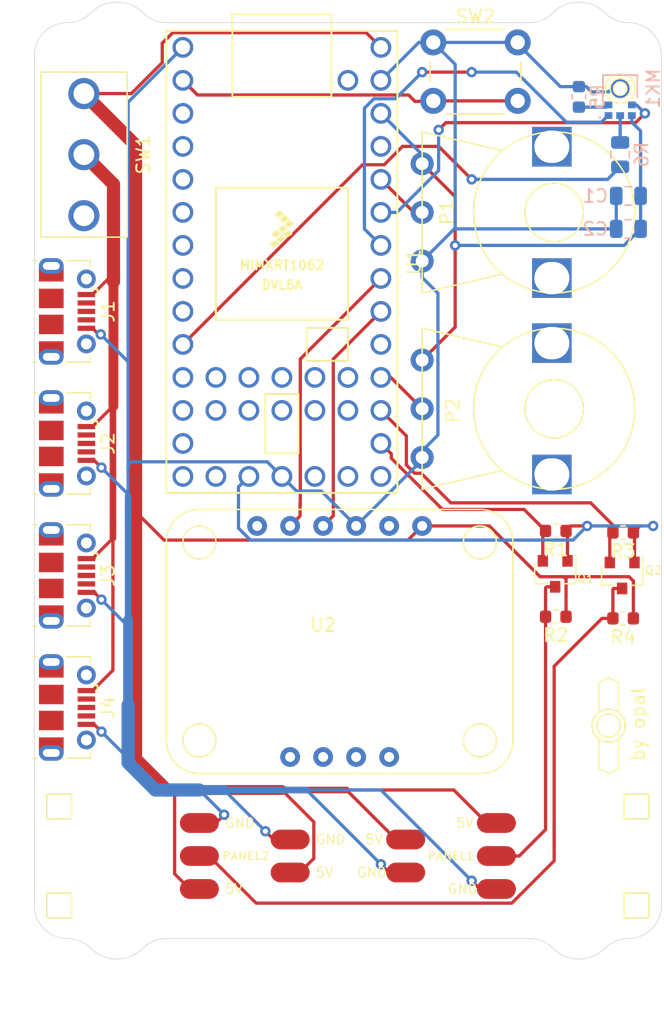
<source format=kicad_pcb>
(kicad_pcb (version 20171130) (host pcbnew "(5.1.9-0-10_14)")

  (general
    (thickness 1.6)
    (drawings 42)
    (tracks 287)
    (zones 0)
    (modules 33)
    (nets 71)
  )

  (page A4)
  (layers
    (0 F.Cu signal)
    (31 B.Cu signal)
    (32 B.Adhes user)
    (33 F.Adhes user)
    (34 B.Paste user)
    (35 F.Paste user)
    (36 B.SilkS user)
    (37 F.SilkS user)
    (38 B.Mask user)
    (39 F.Mask user)
    (40 Dwgs.User user)
    (41 Cmts.User user)
    (42 Eco1.User user)
    (43 Eco2.User user)
    (44 Edge.Cuts user)
    (45 Margin user)
    (46 B.CrtYd user)
    (47 F.CrtYd user)
    (48 B.Fab user)
    (49 F.Fab user)
  )

  (setup
    (last_trace_width 0.25)
    (user_trace_width 0.254)
    (user_trace_width 0.508)
    (user_trace_width 0.762)
    (user_trace_width 1.016)
    (trace_clearance 0.2)
    (zone_clearance 0.508)
    (zone_45_only no)
    (trace_min 0.2)
    (via_size 0.8)
    (via_drill 0.4)
    (via_min_size 0.4)
    (via_min_drill 0.3)
    (uvia_size 0.3)
    (uvia_drill 0.1)
    (uvias_allowed no)
    (uvia_min_size 0.2)
    (uvia_min_drill 0.1)
    (edge_width 0.05)
    (segment_width 0.2)
    (pcb_text_width 0.3)
    (pcb_text_size 1.5 1.5)
    (mod_edge_width 0.12)
    (mod_text_size 1 1)
    (mod_text_width 0.15)
    (pad_size 1.016 1.016)
    (pad_drill 1.016)
    (pad_to_mask_clearance 0.051)
    (solder_mask_min_width 0.25)
    (aux_axis_origin 0 0)
    (visible_elements FFFFFF7F)
    (pcbplotparams
      (layerselection 0x010fc_ffffffff)
      (usegerberextensions false)
      (usegerberattributes false)
      (usegerberadvancedattributes false)
      (creategerberjobfile false)
      (excludeedgelayer true)
      (linewidth 0.100000)
      (plotframeref false)
      (viasonmask false)
      (mode 1)
      (useauxorigin false)
      (hpglpennumber 1)
      (hpglpenspeed 20)
      (hpglpendiameter 15.000000)
      (psnegative false)
      (psa4output false)
      (plotreference true)
      (plotvalue true)
      (plotinvisibletext false)
      (padsonsilk false)
      (subtractmaskfromsilk false)
      (outputformat 1)
      (mirror false)
      (drillshape 1)
      (scaleselection 1)
      (outputdirectory ""))
  )

  (net 0 "")
  (net 1 VDD)
  (net 2 GND)
  (net 3 +3V3)
  (net 4 "Net-(J1-Pad6)")
  (net 5 VBUS)
  (net 6 "Net-(J2-Pad6)")
  (net 7 "Net-(J3-Pad6)")
  (net 8 "Net-(J4-Pad6)")
  (net 9 "Net-(PANEL1-Pad2)")
  (net 10 "Net-(PANEL2-Pad2)")
  (net 11 /DATA1)
  (net 12 /DATA2)
  (net 13 /BUTTON)
  (net 14 "Net-(J1-Pad3)")
  (net 15 "Net-(J1-Pad4)")
  (net 16 "Net-(J1-Pad2)")
  (net 17 "Net-(J2-Pad2)")
  (net 18 "Net-(J2-Pad4)")
  (net 19 "Net-(J2-Pad3)")
  (net 20 "Net-(J3-Pad2)")
  (net 21 "Net-(J3-Pad4)")
  (net 22 "Net-(J3-Pad3)")
  (net 23 "Net-(J4-Pad3)")
  (net 24 "Net-(J4-Pad4)")
  (net 25 "Net-(J4-Pad2)")
  (net 26 "Net-(U1-Pad18)")
  (net 27 "Net-(U1-Pad19)")
  (net 28 "Net-(U1-Pad20)")
  (net 29 "Net-(U1-Pad15)")
  (net 30 "Net-(U1-Pad14)")
  (net 31 /MOTION_SDA)
  (net 32 /MOTION_SCL)
  (net 33 "Net-(U1-Pad34)")
  (net 34 "Net-(U1-Pad13)")
  (net 35 "Net-(U1-Pad12)")
  (net 36 "Net-(U1-Pad11)")
  (net 37 "Net-(U1-Pad9)")
  (net 38 "Net-(U1-Pad8)")
  (net 39 "Net-(U1-Pad7)")
  (net 40 "Net-(U1-Pad6)")
  (net 41 "Net-(U1-Pad5)")
  (net 42 "Net-(U1-Pad35)")
  (net 43 "Net-(U1-Pad36)")
  (net 44 "Net-(U1-Pad37)")
  (net 45 "Net-(U1-Pad38)")
  (net 46 "Net-(U1-Pad39)")
  (net 47 "Net-(U1-Pad40)")
  (net 48 "Net-(U1-Pad41)")
  (net 49 "Net-(U1-Pad42)")
  (net 50 "Net-(U1-Pad43)")
  (net 51 "Net-(U1-Pad44)")
  (net 52 "Net-(U2-Pad10)")
  (net 53 "Net-(U2-Pad9)")
  (net 54 "Net-(U2-Pad8)")
  (net 55 "Net-(U2-Pad7)")
  (net 56 "Net-(U2-Pad6)")
  (net 57 "Net-(U2-Pad2)")
  (net 58 "Net-(U1-Pad4)")
  (net 59 "Net-(U1-Pad30)")
  (net 60 /THUMBDIAL1)
  (net 61 /THUMBDIAL2)
  (net 62 "Net-(U1-Pad24)")
  (net 63 +3.3VA)
  (net 64 /MIC_BCLK)
  (net 65 "Net-(MK1-Pad6)")
  (net 66 /MIC_LRCLK)
  (net 67 "Net-(MK1-Pad2)")
  (net 68 /MIC_DATA_IN)
  (net 69 "Net-(U1-Pad3)")
  (net 70 "Net-(SW1-Pad1)")

  (net_class Default "This is the default net class."
    (clearance 0.2)
    (trace_width 0.25)
    (via_dia 0.8)
    (via_drill 0.4)
    (uvia_dia 0.3)
    (uvia_drill 0.1)
    (add_net +3.3VA)
    (add_net +3V3)
    (add_net /BUTTON)
    (add_net /DATA1)
    (add_net /DATA2)
    (add_net /MIC_BCLK)
    (add_net /MIC_DATA_IN)
    (add_net /MIC_LRCLK)
    (add_net /MOTION_SCL)
    (add_net /MOTION_SDA)
    (add_net /THUMBDIAL1)
    (add_net /THUMBDIAL2)
    (add_net GND)
    (add_net "Net-(J1-Pad2)")
    (add_net "Net-(J1-Pad3)")
    (add_net "Net-(J1-Pad4)")
    (add_net "Net-(J1-Pad6)")
    (add_net "Net-(J2-Pad2)")
    (add_net "Net-(J2-Pad3)")
    (add_net "Net-(J2-Pad4)")
    (add_net "Net-(J2-Pad6)")
    (add_net "Net-(J3-Pad2)")
    (add_net "Net-(J3-Pad3)")
    (add_net "Net-(J3-Pad4)")
    (add_net "Net-(J3-Pad6)")
    (add_net "Net-(J4-Pad2)")
    (add_net "Net-(J4-Pad3)")
    (add_net "Net-(J4-Pad4)")
    (add_net "Net-(J4-Pad6)")
    (add_net "Net-(MK1-Pad2)")
    (add_net "Net-(MK1-Pad6)")
    (add_net "Net-(PANEL1-Pad2)")
    (add_net "Net-(PANEL2-Pad2)")
    (add_net "Net-(SW1-Pad1)")
    (add_net "Net-(U1-Pad11)")
    (add_net "Net-(U1-Pad12)")
    (add_net "Net-(U1-Pad13)")
    (add_net "Net-(U1-Pad14)")
    (add_net "Net-(U1-Pad15)")
    (add_net "Net-(U1-Pad18)")
    (add_net "Net-(U1-Pad19)")
    (add_net "Net-(U1-Pad20)")
    (add_net "Net-(U1-Pad24)")
    (add_net "Net-(U1-Pad3)")
    (add_net "Net-(U1-Pad30)")
    (add_net "Net-(U1-Pad34)")
    (add_net "Net-(U1-Pad35)")
    (add_net "Net-(U1-Pad36)")
    (add_net "Net-(U1-Pad37)")
    (add_net "Net-(U1-Pad38)")
    (add_net "Net-(U1-Pad39)")
    (add_net "Net-(U1-Pad4)")
    (add_net "Net-(U1-Pad40)")
    (add_net "Net-(U1-Pad41)")
    (add_net "Net-(U1-Pad42)")
    (add_net "Net-(U1-Pad43)")
    (add_net "Net-(U1-Pad44)")
    (add_net "Net-(U1-Pad5)")
    (add_net "Net-(U1-Pad6)")
    (add_net "Net-(U1-Pad7)")
    (add_net "Net-(U1-Pad8)")
    (add_net "Net-(U1-Pad9)")
    (add_net "Net-(U2-Pad10)")
    (add_net "Net-(U2-Pad2)")
    (add_net "Net-(U2-Pad6)")
    (add_net "Net-(U2-Pad7)")
    (add_net "Net-(U2-Pad8)")
    (add_net "Net-(U2-Pad9)")
    (add_net VBUS)
    (add_net VDD)
  )

  (module belt:Button_Switch_SPDT_GH36P010001 (layer F.Cu) (tedit 60E605F6) (tstamp 5E40D784)
    (at 123.19 78.74 90)
    (path /5E40F1C4)
    (fp_text reference SW1 (at 0 4.572 90) (layer F.SilkS)
      (effects (font (size 1 1) (thickness 0.15)))
    )
    (fp_text value SW_SPDT (at 0 -4.699 90) (layer F.Fab)
      (effects (font (size 1 1) (thickness 0.15)))
    )
    (fp_line (start -6.35 -3.302) (end 6.35 -3.302) (layer F.SilkS) (width 0.12))
    (fp_line (start -6.35 -3.302) (end -6.35 3.3274) (layer F.SilkS) (width 0.12))
    (fp_line (start 6.35 3.3274) (end 6.35 -3.302) (layer F.SilkS) (width 0.12))
    (fp_line (start 6.35 3.3274) (end -6.35 3.3274) (layer F.SilkS) (width 0.12))
    (fp_line (start -3.35 -1.93) (end 3.35 -1.93) (layer F.Fab) (width 0.12))
    (fp_line (start -3.35 1.92) (end 3.35 1.92) (layer F.Fab) (width 0.12))
    (fp_line (start -3.35 -1.93) (end -3.35 1.92) (layer F.Fab) (width 0.12))
    (fp_line (start 3.35 -1.93) (end 3.35 1.92) (layer F.Fab) (width 0.12))
    (fp_line (start -0.51 1.92) (end 3.34 1.92) (layer F.CrtYd) (width 0.15))
    (fp_line (start -0.51 -1.93) (end 3.34 -1.93) (layer F.CrtYd) (width 0.15))
    (fp_line (start -0.51 1.92) (end -0.51 -1.93) (layer F.CrtYd) (width 0.15))
    (fp_line (start 3.34 1.92) (end 3.34 -1.93) (layer F.CrtYd) (width 0.15))
    (pad 3 thru_hole circle (at 4.699 0 90) (size 2.4 2.4) (drill 1.6) (layers *.Cu *.Mask)
      (net 1 VDD))
    (pad 1 thru_hole circle (at -4.699 0 90) (size 2.4 2.4) (drill 1.6) (layers *.Cu *.Mask)
      (net 70 "Net-(SW1-Pad1)"))
    (pad 2 thru_hole circle (at 0 0 90) (size 2.4 2.4) (drill 1.6) (layers *.Cu *.Mask)
      (net 5 VBUS))
  )

  (module Button_Switch_THT:SW_PUSH_6mm_H5mm (layer F.Cu) (tedit 5A02FE31) (tstamp 5E407FC2)
    (at 150.08 70.104)
    (descr "tactile push button, 6x6mm e.g. PHAP33xx series, height=5mm")
    (tags "tact sw push 6mm")
    (path /5E3ADC97)
    (fp_text reference SW2 (at 3.25 -2) (layer F.SilkS)
      (effects (font (size 1 1) (thickness 0.15)))
    )
    (fp_text value SW_Push (at 3.75 6.7) (layer F.Fab)
      (effects (font (size 1 1) (thickness 0.15)))
    )
    (fp_line (start 3.25 -0.75) (end 6.25 -0.75) (layer F.Fab) (width 0.1))
    (fp_line (start 6.25 -0.75) (end 6.25 5.25) (layer F.Fab) (width 0.1))
    (fp_line (start 6.25 5.25) (end 0.25 5.25) (layer F.Fab) (width 0.1))
    (fp_line (start 0.25 5.25) (end 0.25 -0.75) (layer F.Fab) (width 0.1))
    (fp_line (start 0.25 -0.75) (end 3.25 -0.75) (layer F.Fab) (width 0.1))
    (fp_line (start 7.75 6) (end 8 6) (layer F.CrtYd) (width 0.05))
    (fp_line (start 8 6) (end 8 5.75) (layer F.CrtYd) (width 0.05))
    (fp_line (start 7.75 -1.5) (end 8 -1.5) (layer F.CrtYd) (width 0.05))
    (fp_line (start 8 -1.5) (end 8 -1.25) (layer F.CrtYd) (width 0.05))
    (fp_line (start -1.5 -1.25) (end -1.5 -1.5) (layer F.CrtYd) (width 0.05))
    (fp_line (start -1.5 -1.5) (end -1.25 -1.5) (layer F.CrtYd) (width 0.05))
    (fp_line (start -1.5 5.75) (end -1.5 6) (layer F.CrtYd) (width 0.05))
    (fp_line (start -1.5 6) (end -1.25 6) (layer F.CrtYd) (width 0.05))
    (fp_line (start -1.25 -1.5) (end 7.75 -1.5) (layer F.CrtYd) (width 0.05))
    (fp_line (start -1.5 5.75) (end -1.5 -1.25) (layer F.CrtYd) (width 0.05))
    (fp_line (start 7.75 6) (end -1.25 6) (layer F.CrtYd) (width 0.05))
    (fp_line (start 8 -1.25) (end 8 5.75) (layer F.CrtYd) (width 0.05))
    (fp_line (start 1 5.5) (end 5.5 5.5) (layer F.SilkS) (width 0.12))
    (fp_line (start -0.25 1.5) (end -0.25 3) (layer F.SilkS) (width 0.12))
    (fp_line (start 5.5 -1) (end 1 -1) (layer F.SilkS) (width 0.12))
    (fp_line (start 6.75 3) (end 6.75 1.5) (layer F.SilkS) (width 0.12))
    (fp_circle (center 3.25 2.25) (end 1.25 2.5) (layer F.Fab) (width 0.1))
    (fp_text user %R (at 3.25 2.25) (layer F.Fab)
      (effects (font (size 1 1) (thickness 0.15)))
    )
    (pad 1 thru_hole circle (at 6.5 0 90) (size 2 2) (drill 1.1) (layers *.Cu *.Mask)
      (net 2 GND))
    (pad 2 thru_hole circle (at 6.5 4.5 90) (size 2 2) (drill 1.1) (layers *.Cu *.Mask)
      (net 13 /BUTTON))
    (pad 1 thru_hole circle (at 0 0 90) (size 2 2) (drill 1.1) (layers *.Cu *.Mask)
      (net 2 GND))
    (pad 2 thru_hole circle (at 0 4.5 90) (size 2 2) (drill 1.1) (layers *.Cu *.Mask)
      (net 13 /BUTTON))
    (model ${KISYS3DMOD}/Button_Switch_THT.3dshapes/SW_PUSH_6mm_H5mm.wrl
      (at (xyz 0 0 0))
      (scale (xyz 1 1 1))
      (rotate (xyz 0 0 0))
    )
  )

  (module Resistor_SMD:R_0603_1608Metric (layer B.Cu) (tedit 5B301BBD) (tstamp 5E407B22)
    (at 161.29 74.295 90)
    (descr "Resistor SMD 0603 (1608 Metric), square (rectangular) end terminal, IPC_7351 nominal, (Body size source: http://www.tortai-tech.com/upload/download/2011102023233369053.pdf), generated with kicad-footprint-generator")
    (tags resistor)
    (path /5E407182)
    (attr smd)
    (fp_text reference R5 (at 0 1.43 90) (layer B.SilkS)
      (effects (font (size 1 1) (thickness 0.15)) (justify mirror))
    )
    (fp_text value 10K (at 0 -1.43 90) (layer B.Fab)
      (effects (font (size 1 1) (thickness 0.15)) (justify mirror))
    )
    (fp_line (start -0.8 -0.4) (end -0.8 0.4) (layer B.Fab) (width 0.1))
    (fp_line (start -0.8 0.4) (end 0.8 0.4) (layer B.Fab) (width 0.1))
    (fp_line (start 0.8 0.4) (end 0.8 -0.4) (layer B.Fab) (width 0.1))
    (fp_line (start 0.8 -0.4) (end -0.8 -0.4) (layer B.Fab) (width 0.1))
    (fp_line (start -0.162779 0.51) (end 0.162779 0.51) (layer B.SilkS) (width 0.12))
    (fp_line (start -0.162779 -0.51) (end 0.162779 -0.51) (layer B.SilkS) (width 0.12))
    (fp_line (start -1.48 -0.73) (end -1.48 0.73) (layer B.CrtYd) (width 0.05))
    (fp_line (start -1.48 0.73) (end 1.48 0.73) (layer B.CrtYd) (width 0.05))
    (fp_line (start 1.48 0.73) (end 1.48 -0.73) (layer B.CrtYd) (width 0.05))
    (fp_line (start 1.48 -0.73) (end -1.48 -0.73) (layer B.CrtYd) (width 0.05))
    (fp_text user %R (at 0 0 90) (layer B.Fab)
      (effects (font (size 0.4 0.4) (thickness 0.06)) (justify mirror))
    )
    (pad 2 smd roundrect (at 0.7875 0 90) (size 0.875 0.95) (layers B.Cu B.Paste B.Mask) (roundrect_rratio 0.25)
      (net 2 GND))
    (pad 1 smd roundrect (at -0.7875 0 90) (size 0.875 0.95) (layers B.Cu B.Paste B.Mask) (roundrect_rratio 0.25)
      (net 67 "Net-(MK1-Pad2)"))
    (model ${KISYS3DMOD}/Resistor_SMD.3dshapes/R_0603_1608Metric.wrl
      (at (xyz 0 0 0))
      (scale (xyz 1 1 1))
      (rotate (xyz 0 0 0))
    )
  )

  (module Resistor_SMD:R_0603_1608Metric (layer F.Cu) (tedit 5B301BBD) (tstamp 5E337C27)
    (at 164.6936 114.427 180)
    (descr "Resistor SMD 0603 (1608 Metric), square (rectangular) end terminal, IPC_7351 nominal, (Body size source: http://www.tortai-tech.com/upload/download/2011102023233369053.pdf), generated with kicad-footprint-generator")
    (tags resistor)
    (path /5E33558A)
    (attr smd)
    (fp_text reference R4 (at 0 -1.43) (layer F.SilkS)
      (effects (font (size 1 1) (thickness 0.15)))
    )
    (fp_text value 10K (at 0 1.43) (layer F.Fab)
      (effects (font (size 1 1) (thickness 0.15)))
    )
    (fp_line (start -0.8 0.4) (end -0.8 -0.4) (layer F.Fab) (width 0.1))
    (fp_line (start -0.8 -0.4) (end 0.8 -0.4) (layer F.Fab) (width 0.1))
    (fp_line (start 0.8 -0.4) (end 0.8 0.4) (layer F.Fab) (width 0.1))
    (fp_line (start 0.8 0.4) (end -0.8 0.4) (layer F.Fab) (width 0.1))
    (fp_line (start -0.162779 -0.51) (end 0.162779 -0.51) (layer F.SilkS) (width 0.12))
    (fp_line (start -0.162779 0.51) (end 0.162779 0.51) (layer F.SilkS) (width 0.12))
    (fp_line (start -1.48 0.73) (end -1.48 -0.73) (layer F.CrtYd) (width 0.05))
    (fp_line (start -1.48 -0.73) (end 1.48 -0.73) (layer F.CrtYd) (width 0.05))
    (fp_line (start 1.48 -0.73) (end 1.48 0.73) (layer F.CrtYd) (width 0.05))
    (fp_line (start 1.48 0.73) (end -1.48 0.73) (layer F.CrtYd) (width 0.05))
    (fp_text user %R (at 0 0) (layer F.Fab)
      (effects (font (size 0.4 0.4) (thickness 0.06)))
    )
    (pad 2 smd roundrect (at 0.7875 0 180) (size 0.875 0.95) (layers F.Cu F.Paste F.Mask) (roundrect_rratio 0.25)
      (net 10 "Net-(PANEL2-Pad2)"))
    (pad 1 smd roundrect (at -0.7875 0 180) (size 0.875 0.95) (layers F.Cu F.Paste F.Mask) (roundrect_rratio 0.25)
      (net 1 VDD))
    (model ${KISYS3DMOD}/Resistor_SMD.3dshapes/R_0603_1608Metric.wrl
      (at (xyz 0 0 0))
      (scale (xyz 1 1 1))
      (rotate (xyz 0 0 0))
    )
  )

  (module Resistor_SMD:R_0603_1608Metric (layer F.Cu) (tedit 5B301BBD) (tstamp 5E337BF7)
    (at 164.6936 107.823 180)
    (descr "Resistor SMD 0603 (1608 Metric), square (rectangular) end terminal, IPC_7351 nominal, (Body size source: http://www.tortai-tech.com/upload/download/2011102023233369053.pdf), generated with kicad-footprint-generator")
    (tags resistor)
    (path /5E335584)
    (attr smd)
    (fp_text reference R3 (at 0 -1.43) (layer F.SilkS)
      (effects (font (size 1 1) (thickness 0.15)))
    )
    (fp_text value 10K (at 0 1.43) (layer F.Fab)
      (effects (font (size 1 1) (thickness 0.15)))
    )
    (fp_line (start -0.8 0.4) (end -0.8 -0.4) (layer F.Fab) (width 0.1))
    (fp_line (start -0.8 -0.4) (end 0.8 -0.4) (layer F.Fab) (width 0.1))
    (fp_line (start 0.8 -0.4) (end 0.8 0.4) (layer F.Fab) (width 0.1))
    (fp_line (start 0.8 0.4) (end -0.8 0.4) (layer F.Fab) (width 0.1))
    (fp_line (start -0.162779 -0.51) (end 0.162779 -0.51) (layer F.SilkS) (width 0.12))
    (fp_line (start -0.162779 0.51) (end 0.162779 0.51) (layer F.SilkS) (width 0.12))
    (fp_line (start -1.48 0.73) (end -1.48 -0.73) (layer F.CrtYd) (width 0.05))
    (fp_line (start -1.48 -0.73) (end 1.48 -0.73) (layer F.CrtYd) (width 0.05))
    (fp_line (start 1.48 -0.73) (end 1.48 0.73) (layer F.CrtYd) (width 0.05))
    (fp_line (start 1.48 0.73) (end -1.48 0.73) (layer F.CrtYd) (width 0.05))
    (fp_text user %R (at 0 0) (layer F.Fab)
      (effects (font (size 0.4 0.4) (thickness 0.06)))
    )
    (pad 2 smd roundrect (at 0.7875 0 180) (size 0.875 0.95) (layers F.Cu F.Paste F.Mask) (roundrect_rratio 0.25)
      (net 12 /DATA2))
    (pad 1 smd roundrect (at -0.7875 0 180) (size 0.875 0.95) (layers F.Cu F.Paste F.Mask) (roundrect_rratio 0.25)
      (net 3 +3V3))
    (model ${KISYS3DMOD}/Resistor_SMD.3dshapes/R_0603_1608Metric.wrl
      (at (xyz 0 0 0))
      (scale (xyz 1 1 1))
      (rotate (xyz 0 0 0))
    )
  )

  (module Resistor_SMD:R_0603_1608Metric (layer F.Cu) (tedit 5B301BBD) (tstamp 5E337451)
    (at 159.512 114.3 180)
    (descr "Resistor SMD 0603 (1608 Metric), square (rectangular) end terminal, IPC_7351 nominal, (Body size source: http://www.tortai-tech.com/upload/download/2011102023233369053.pdf), generated with kicad-footprint-generator")
    (tags resistor)
    (path /5E290E89)
    (attr smd)
    (fp_text reference R2 (at 0 -1.43) (layer F.SilkS)
      (effects (font (size 1 1) (thickness 0.15)))
    )
    (fp_text value 10K (at 0 1.43) (layer F.Fab)
      (effects (font (size 1 1) (thickness 0.15)))
    )
    (fp_line (start -0.8 0.4) (end -0.8 -0.4) (layer F.Fab) (width 0.1))
    (fp_line (start -0.8 -0.4) (end 0.8 -0.4) (layer F.Fab) (width 0.1))
    (fp_line (start 0.8 -0.4) (end 0.8 0.4) (layer F.Fab) (width 0.1))
    (fp_line (start 0.8 0.4) (end -0.8 0.4) (layer F.Fab) (width 0.1))
    (fp_line (start -0.162779 -0.51) (end 0.162779 -0.51) (layer F.SilkS) (width 0.12))
    (fp_line (start -0.162779 0.51) (end 0.162779 0.51) (layer F.SilkS) (width 0.12))
    (fp_line (start -1.48 0.73) (end -1.48 -0.73) (layer F.CrtYd) (width 0.05))
    (fp_line (start -1.48 -0.73) (end 1.48 -0.73) (layer F.CrtYd) (width 0.05))
    (fp_line (start 1.48 -0.73) (end 1.48 0.73) (layer F.CrtYd) (width 0.05))
    (fp_line (start 1.48 0.73) (end -1.48 0.73) (layer F.CrtYd) (width 0.05))
    (fp_text user %R (at 0 0) (layer F.Fab)
      (effects (font (size 0.4 0.4) (thickness 0.06)))
    )
    (pad 2 smd roundrect (at 0.7875 0 180) (size 0.875 0.95) (layers F.Cu F.Paste F.Mask) (roundrect_rratio 0.25)
      (net 9 "Net-(PANEL1-Pad2)"))
    (pad 1 smd roundrect (at -0.7875 0 180) (size 0.875 0.95) (layers F.Cu F.Paste F.Mask) (roundrect_rratio 0.25)
      (net 1 VDD))
    (model ${KISYS3DMOD}/Resistor_SMD.3dshapes/R_0603_1608Metric.wrl
      (at (xyz 0 0 0))
      (scale (xyz 1 1 1))
      (rotate (xyz 0 0 0))
    )
  )

  (module Resistor_SMD:R_0603_1608Metric (layer F.Cu) (tedit 5B301BBD) (tstamp 5E3373E5)
    (at 159.512 107.696 180)
    (descr "Resistor SMD 0603 (1608 Metric), square (rectangular) end terminal, IPC_7351 nominal, (Body size source: http://www.tortai-tech.com/upload/download/2011102023233369053.pdf), generated with kicad-footprint-generator")
    (tags resistor)
    (path /5E28EBE0)
    (attr smd)
    (fp_text reference R1 (at 0 -1.43) (layer F.SilkS)
      (effects (font (size 1 1) (thickness 0.15)))
    )
    (fp_text value 10K (at 0 1.43) (layer F.Fab)
      (effects (font (size 1 1) (thickness 0.15)))
    )
    (fp_line (start -0.8 0.4) (end -0.8 -0.4) (layer F.Fab) (width 0.1))
    (fp_line (start -0.8 -0.4) (end 0.8 -0.4) (layer F.Fab) (width 0.1))
    (fp_line (start 0.8 -0.4) (end 0.8 0.4) (layer F.Fab) (width 0.1))
    (fp_line (start 0.8 0.4) (end -0.8 0.4) (layer F.Fab) (width 0.1))
    (fp_line (start -0.162779 -0.51) (end 0.162779 -0.51) (layer F.SilkS) (width 0.12))
    (fp_line (start -0.162779 0.51) (end 0.162779 0.51) (layer F.SilkS) (width 0.12))
    (fp_line (start -1.48 0.73) (end -1.48 -0.73) (layer F.CrtYd) (width 0.05))
    (fp_line (start -1.48 -0.73) (end 1.48 -0.73) (layer F.CrtYd) (width 0.05))
    (fp_line (start 1.48 -0.73) (end 1.48 0.73) (layer F.CrtYd) (width 0.05))
    (fp_line (start 1.48 0.73) (end -1.48 0.73) (layer F.CrtYd) (width 0.05))
    (fp_text user %R (at 0 0) (layer F.Fab)
      (effects (font (size 0.4 0.4) (thickness 0.06)))
    )
    (pad 2 smd roundrect (at 0.7875 0 180) (size 0.875 0.95) (layers F.Cu F.Paste F.Mask) (roundrect_rratio 0.25)
      (net 11 /DATA1))
    (pad 1 smd roundrect (at -0.7875 0 180) (size 0.875 0.95) (layers F.Cu F.Paste F.Mask) (roundrect_rratio 0.25)
      (net 3 +3V3))
    (model ${KISYS3DMOD}/Resistor_SMD.3dshapes/R_0603_1608Metric.wrl
      (at (xyz 0 0 0))
      (scale (xyz 1 1 1))
      (rotate (xyz 0 0 0))
    )
  )

  (module TestPoint:TestPoint_THTPad_1.5x1.5mm_Drill0.7mm (layer F.Cu) (tedit 5E3F570B) (tstamp 5E3FB855)
    (at 165.735 128.905)
    (descr "THT rectangular pad as test Point, square 1.5mm side length, hole diameter 0.7mm")
    (tags "test point THT pad rectangle square")
    (attr virtual)
    (fp_text reference REF** (at 0 -1.648) (layer F.SilkS) hide
      (effects (font (size 1 1) (thickness 0.15)))
    )
    (fp_text value TestPoint_THTPad_1.5x1.5mm_Drill0.7mm (at 0 1.75) (layer F.Fab) hide
      (effects (font (size 1 1) (thickness 0.15)))
    )
    (fp_line (start 1.25 1.25) (end -1.25 1.25) (layer F.CrtYd) (width 0.05))
    (fp_line (start 1.25 1.25) (end 1.25 -1.25) (layer F.CrtYd) (width 0.05))
    (fp_line (start -1.25 -1.25) (end -1.25 1.25) (layer F.CrtYd) (width 0.05))
    (fp_line (start -1.25 -1.25) (end 1.25 -1.25) (layer F.CrtYd) (width 0.05))
    (fp_line (start -0.95 0.95) (end -0.95 -0.95) (layer F.SilkS) (width 0.12))
    (fp_line (start 0.95 0.95) (end -0.95 0.95) (layer F.SilkS) (width 0.12))
    (fp_line (start 0.95 -0.95) (end 0.95 0.95) (layer F.SilkS) (width 0.12))
    (fp_line (start -0.95 -0.95) (end 0.95 -0.95) (layer F.SilkS) (width 0.12))
    (fp_text user %R (at 0 -1.65) (layer F.Fab) hide
      (effects (font (size 1 1) (thickness 0.15)))
    )
    (pad "" np_thru_hole circle (at 0 0) (size 1.016 1.016) (drill 1.016) (layers *.Cu *.Mask))
  )

  (module TestPoint:TestPoint_THTPad_1.5x1.5mm_Drill0.7mm (layer F.Cu) (tedit 5E3F5707) (tstamp 5E407CCF)
    (at 165.735 136.525)
    (descr "THT rectangular pad as test Point, square 1.5mm side length, hole diameter 0.7mm")
    (tags "test point THT pad rectangle square")
    (attr virtual)
    (fp_text reference REF** (at 0 -1.648) (layer F.SilkS) hide
      (effects (font (size 1 1) (thickness 0.15)))
    )
    (fp_text value TestPoint_THTPad_1.5x1.5mm_Drill0.7mm (at 0 1.75) (layer F.Fab) hide
      (effects (font (size 1 1) (thickness 0.15)))
    )
    (fp_line (start -0.95 -0.95) (end 0.95 -0.95) (layer F.SilkS) (width 0.12))
    (fp_line (start 0.95 -0.95) (end 0.95 0.95) (layer F.SilkS) (width 0.12))
    (fp_line (start 0.95 0.95) (end -0.95 0.95) (layer F.SilkS) (width 0.12))
    (fp_line (start -0.95 0.95) (end -0.95 -0.95) (layer F.SilkS) (width 0.12))
    (fp_line (start -1.25 -1.25) (end 1.25 -1.25) (layer F.CrtYd) (width 0.05))
    (fp_line (start -1.25 -1.25) (end -1.25 1.25) (layer F.CrtYd) (width 0.05))
    (fp_line (start 1.25 1.25) (end 1.25 -1.25) (layer F.CrtYd) (width 0.05))
    (fp_line (start 1.25 1.25) (end -1.25 1.25) (layer F.CrtYd) (width 0.05))
    (fp_text user %R (at 0 -1.65) (layer F.Fab) hide
      (effects (font (size 1 1) (thickness 0.15)))
    )
    (pad "" np_thru_hole circle (at 0 0) (size 1.016 1.016) (drill 1.016) (layers *.Cu *.Mask))
  )

  (module TestPoint:TestPoint_THTPad_1.5x1.5mm_Drill0.7mm (layer F.Cu) (tedit 5E3F5700) (tstamp 5E3FB72F)
    (at 121.285 136.525)
    (descr "THT rectangular pad as test Point, square 1.5mm side length, hole diameter 0.7mm")
    (tags "test point THT pad rectangle square")
    (attr virtual)
    (fp_text reference REF** (at 0 -1.648) (layer F.SilkS) hide
      (effects (font (size 1 1) (thickness 0.15)))
    )
    (fp_text value TestPoint_THTPad_1.5x1.5mm_Drill0.7mm (at 0 1.75) (layer F.Fab) hide
      (effects (font (size 1 1) (thickness 0.15)))
    )
    (fp_line (start 1.25 1.25) (end -1.25 1.25) (layer F.CrtYd) (width 0.05))
    (fp_line (start 1.25 1.25) (end 1.25 -1.25) (layer F.CrtYd) (width 0.05))
    (fp_line (start -1.25 -1.25) (end -1.25 1.25) (layer F.CrtYd) (width 0.05))
    (fp_line (start -1.25 -1.25) (end 1.25 -1.25) (layer F.CrtYd) (width 0.05))
    (fp_line (start -0.95 0.95) (end -0.95 -0.95) (layer F.SilkS) (width 0.12))
    (fp_line (start 0.95 0.95) (end -0.95 0.95) (layer F.SilkS) (width 0.12))
    (fp_line (start 0.95 -0.95) (end 0.95 0.95) (layer F.SilkS) (width 0.12))
    (fp_line (start -0.95 -0.95) (end 0.95 -0.95) (layer F.SilkS) (width 0.12))
    (fp_text user %R (at 0 -1.65) (layer F.Fab) hide
      (effects (font (size 1 1) (thickness 0.15)))
    )
    (pad "" np_thru_hole circle (at 0 0) (size 1.016 1.016) (drill 1.016) (layers *.Cu *.Mask))
  )

  (module TestPoint:TestPoint_THTPad_1.5x1.5mm_Drill0.7mm (layer F.Cu) (tedit 5E3F56FA) (tstamp 5E3FB628)
    (at 121.285 128.905)
    (descr "THT rectangular pad as test Point, square 1.5mm side length, hole diameter 0.7mm")
    (tags "test point THT pad rectangle square")
    (attr virtual)
    (fp_text reference REF** (at 0 -1.648) (layer F.SilkS) hide
      (effects (font (size 1 1) (thickness 0.15)))
    )
    (fp_text value TestPoint_THTPad_1.5x1.5mm_Drill0.7mm (at 0 1.75) (layer F.Fab) hide
      (effects (font (size 1 1) (thickness 0.15)))
    )
    (fp_line (start -0.95 -0.95) (end 0.95 -0.95) (layer F.SilkS) (width 0.12))
    (fp_line (start 0.95 -0.95) (end 0.95 0.95) (layer F.SilkS) (width 0.12))
    (fp_line (start 0.95 0.95) (end -0.95 0.95) (layer F.SilkS) (width 0.12))
    (fp_line (start -0.95 0.95) (end -0.95 -0.95) (layer F.SilkS) (width 0.12))
    (fp_line (start -1.25 -1.25) (end 1.25 -1.25) (layer F.CrtYd) (width 0.05))
    (fp_line (start -1.25 -1.25) (end -1.25 1.25) (layer F.CrtYd) (width 0.05))
    (fp_line (start 1.25 1.25) (end 1.25 -1.25) (layer F.CrtYd) (width 0.05))
    (fp_line (start 1.25 1.25) (end -1.25 1.25) (layer F.CrtYd) (width 0.05))
    (fp_text user %R (at 0 -1.65) (layer F.Fab) hide
      (effects (font (size 1 1) (thickness 0.15)))
    )
    (pad "" np_thru_hole circle (at 0 0) (size 1.016 1.016) (drill 1.016) (layers *.Cu *.Mask))
  )

  (module BreakoutBoards:Adafruit_BNO055 (layer F.Cu) (tedit 5E3F4508) (tstamp 5E3F9AFD)
    (at 142.875 116.205 180)
    (path /5E3B751D)
    (fp_text reference U2 (at 1.27 1.27) (layer F.SilkS)
      (effects (font (size 1 1) (thickness 0.15)))
    )
    (fp_text value Adafruit_BNO055 (at 0.889 -3.175) (layer F.Fab)
      (effects (font (size 1 1) (thickness 0.15)))
    )
    (fp_line (start -10.795 10.16) (end 10.795 10.16) (layer F.SilkS) (width 0.12))
    (fp_line (start -13.335 7.62) (end -13.335 -7.62) (layer F.SilkS) (width 0.12))
    (fp_line (start 13.335 7.62) (end 13.335 -7.62) (layer F.SilkS) (width 0.12))
    (fp_line (start -10.795 -10.16) (end 10.795 -10.16) (layer F.SilkS) (width 0.12))
    (fp_circle (center 10.795 7.62) (end 12.065 7.62) (layer F.SilkS) (width 0.12))
    (fp_circle (center 10.795 -7.62) (end 12.065 -7.62) (layer F.SilkS) (width 0.12))
    (fp_circle (center -10.795 7.62) (end -9.525 7.62) (layer F.SilkS) (width 0.12))
    (fp_circle (center -10.795 -7.62) (end -9.525 -7.62) (layer F.SilkS) (width 0.12))
    (fp_arc (start -10.795 7.62) (end -10.795 10.16) (angle 90) (layer F.SilkS) (width 0.12))
    (fp_arc (start 10.795 7.62) (end 13.335 7.62) (angle 90) (layer F.SilkS) (width 0.12))
    (fp_arc (start 10.795 -7.62) (end 10.795 -10.16) (angle 90) (layer F.SilkS) (width 0.12))
    (fp_arc (start -10.795 -7.62) (end -13.335 -7.62) (angle 90) (layer F.SilkS) (width 0.12))
    (pad 10 thru_hole circle (at 3.81 -8.89 180) (size 1.524 1.524) (drill 0.762) (layers *.Cu *.Mask)
      (net 52 "Net-(U2-Pad10)"))
    (pad 9 thru_hole circle (at 1.27 -8.89 180) (size 1.524 1.524) (drill 0.762) (layers *.Cu *.Mask)
      (net 53 "Net-(U2-Pad9)"))
    (pad 8 thru_hole circle (at -1.27 -8.89 180) (size 1.524 1.524) (drill 0.762) (layers *.Cu *.Mask)
      (net 54 "Net-(U2-Pad8)"))
    (pad 7 thru_hole circle (at -3.81 -8.89 180) (size 1.524 1.524) (drill 0.762) (layers *.Cu *.Mask)
      (net 55 "Net-(U2-Pad7)"))
    (pad 6 thru_hole circle (at 6.35 8.89 180) (size 1.524 1.524) (drill 0.762) (layers *.Cu *.Mask)
      (net 56 "Net-(U2-Pad6)"))
    (pad 5 thru_hole circle (at 3.81 8.89 180) (size 1.524 1.524) (drill 0.762) (layers *.Cu *.Mask)
      (net 32 /MOTION_SCL))
    (pad 4 thru_hole circle (at 1.27 8.89 180) (size 1.524 1.524) (drill 0.762) (layers *.Cu *.Mask)
      (net 31 /MOTION_SDA))
    (pad 3 thru_hole circle (at -1.27 8.89 180) (size 1.524 1.524) (drill 0.762) (layers *.Cu *.Mask)
      (net 2 GND))
    (pad 2 thru_hole circle (at -3.81 8.89 180) (size 1.524 1.524) (drill 0.762) (layers *.Cu *.Mask)
      (net 57 "Net-(U2-Pad2)"))
    (pad 1 thru_hole circle (at -6.35 8.89 180) (size 1.524 1.524) (drill 0.762) (layers *.Cu *.Mask)
      (net 1 VDD))
  )

  (module Pad_SMD:Pad_SMD_01x02 (layer F.Cu) (tedit 5E31F1E4) (tstamp 5E3F5B80)
    (at 147.955 132.715 90)
    (path /5E37B90D)
    (fp_text reference PANEL_PWR1 (at -0.0762 0.127 90) (layer F.SilkS) hide
      (effects (font (size 1 1) (thickness 0.15)))
    )
    (fp_text value Conn_01x02 (at -6.985 0 90) (layer F.Fab)
      (effects (font (size 1 1) (thickness 0.15)))
    )
    (pad 1 smd oval (at -1.27 0 90) (size 1.524 2.999999) (layers F.Cu F.Paste F.Mask)
      (net 2 GND))
    (pad 2 smd oval (at 1.27 0 90) (size 1.524 2.999999) (layers F.Cu F.Paste F.Mask)
      (net 1 VDD))
  )

  (module Pad_SMD:Pad_SMD_01x03 (layer F.Cu) (tedit 5E313D20) (tstamp 5E3F5B6F)
    (at 154.94 132.715 270)
    (path /5E319A24)
    (fp_text reference PANEL1 (at 0 1.651 180) (layer F.SilkS)
      (effects (font (size 0.635 0.635) (thickness 0.1)) (justify right))
    )
    (fp_text value Conn_01x03 (at 8.255 0 90) (layer F.Fab)
      (effects (font (size 1 1) (thickness 0.15)))
    )
    (pad 1 smd oval (at -2.54 0 270) (size 1.524 3) (layers F.Cu F.Paste F.Mask)
      (net 1 VDD))
    (pad 2 smd oval (at 0 0 270) (size 1.524 3) (layers F.Cu F.Paste F.Mask)
      (net 9 "Net-(PANEL1-Pad2)"))
    (pad 3 smd oval (at 2.54 0 270) (size 1.524 3) (layers F.Cu F.Paste F.Mask)
      (net 2 GND))
  )

  (module Resistor_SMD:R_0805_2012Metric (layer B.Cu) (tedit 5B36C52B) (tstamp 5E407B52)
    (at 164.465 78.74 90)
    (descr "Resistor SMD 0805 (2012 Metric), square (rectangular) end terminal, IPC_7351 nominal, (Body size source: https://docs.google.com/spreadsheets/d/1BsfQQcO9C6DZCsRaXUlFlo91Tg2WpOkGARC1WS5S8t0/edit?usp=sharing), generated with kicad-footprint-generator")
    (tags resistor)
    (path /5E4063B4)
    (attr smd)
    (fp_text reference R6 (at 0 1.65 90) (layer B.SilkS)
      (effects (font (size 1 1) (thickness 0.15)) (justify mirror))
    )
    (fp_text value 68 (at 0 -1.65 90) (layer B.Fab)
      (effects (font (size 1 1) (thickness 0.15)) (justify mirror))
    )
    (fp_line (start -1 -0.6) (end -1 0.6) (layer B.Fab) (width 0.1))
    (fp_line (start -1 0.6) (end 1 0.6) (layer B.Fab) (width 0.1))
    (fp_line (start 1 0.6) (end 1 -0.6) (layer B.Fab) (width 0.1))
    (fp_line (start 1 -0.6) (end -1 -0.6) (layer B.Fab) (width 0.1))
    (fp_line (start -0.258578 0.71) (end 0.258578 0.71) (layer B.SilkS) (width 0.12))
    (fp_line (start -0.258578 -0.71) (end 0.258578 -0.71) (layer B.SilkS) (width 0.12))
    (fp_line (start -1.68 -0.95) (end -1.68 0.95) (layer B.CrtYd) (width 0.05))
    (fp_line (start -1.68 0.95) (end 1.68 0.95) (layer B.CrtYd) (width 0.05))
    (fp_line (start 1.68 0.95) (end 1.68 -0.95) (layer B.CrtYd) (width 0.05))
    (fp_line (start 1.68 -0.95) (end -1.68 -0.95) (layer B.CrtYd) (width 0.05))
    (fp_text user %R (at 0 0 90) (layer B.Fab)
      (effects (font (size 0.5 0.5) (thickness 0.08)) (justify mirror))
    )
    (pad 2 smd roundrect (at 0.9375 0 90) (size 0.975 1.4) (layers B.Cu B.Paste B.Mask) (roundrect_rratio 0.25)
      (net 65 "Net-(MK1-Pad6)"))
    (pad 1 smd roundrect (at -0.9375 0 90) (size 0.975 1.4) (layers B.Cu B.Paste B.Mask) (roundrect_rratio 0.25)
      (net 68 /MIC_DATA_IN))
    (model ${KISYS3DMOD}/Resistor_SMD.3dshapes/R_0805_2012Metric.wrl
      (at (xyz 0 0 0))
      (scale (xyz 1 1 1))
      (rotate (xyz 0 0 0))
    )
  )

  (module Capacitor_SMD:C_0805_2012Metric (layer B.Cu) (tedit 5B36C52B) (tstamp 5E407AF2)
    (at 165.1 84.455)
    (descr "Capacitor SMD 0805 (2012 Metric), square (rectangular) end terminal, IPC_7351 nominal, (Body size source: https://docs.google.com/spreadsheets/d/1BsfQQcO9C6DZCsRaXUlFlo91Tg2WpOkGARC1WS5S8t0/edit?usp=sharing), generated with kicad-footprint-generator")
    (tags capacitor)
    (path /5E40C27D)
    (attr smd)
    (fp_text reference C2 (at -2.54 0) (layer B.SilkS)
      (effects (font (size 1 1) (thickness 0.15)) (justify mirror))
    )
    (fp_text value 220pF (at 0 -1.65) (layer B.Fab)
      (effects (font (size 1 1) (thickness 0.15)) (justify mirror))
    )
    (fp_line (start -1 -0.6) (end -1 0.6) (layer B.Fab) (width 0.1))
    (fp_line (start -1 0.6) (end 1 0.6) (layer B.Fab) (width 0.1))
    (fp_line (start 1 0.6) (end 1 -0.6) (layer B.Fab) (width 0.1))
    (fp_line (start 1 -0.6) (end -1 -0.6) (layer B.Fab) (width 0.1))
    (fp_line (start -0.258578 0.71) (end 0.258578 0.71) (layer B.SilkS) (width 0.12))
    (fp_line (start -0.258578 -0.71) (end 0.258578 -0.71) (layer B.SilkS) (width 0.12))
    (fp_line (start -1.68 -0.95) (end -1.68 0.95) (layer B.CrtYd) (width 0.05))
    (fp_line (start -1.68 0.95) (end 1.68 0.95) (layer B.CrtYd) (width 0.05))
    (fp_line (start 1.68 0.95) (end 1.68 -0.95) (layer B.CrtYd) (width 0.05))
    (fp_line (start 1.68 -0.95) (end -1.68 -0.95) (layer B.CrtYd) (width 0.05))
    (fp_text user %R (at 0 0) (layer B.Fab)
      (effects (font (size 0.5 0.5) (thickness 0.08)) (justify mirror))
    )
    (pad 2 smd roundrect (at 0.9375 0) (size 0.975 1.4) (layers B.Cu B.Paste B.Mask) (roundrect_rratio 0.25)
      (net 63 +3.3VA))
    (pad 1 smd roundrect (at -0.9375 0) (size 0.975 1.4) (layers B.Cu B.Paste B.Mask) (roundrect_rratio 0.25)
      (net 2 GND))
    (model ${KISYS3DMOD}/Capacitor_SMD.3dshapes/C_0805_2012Metric.wrl
      (at (xyz 0 0 0))
      (scale (xyz 1 1 1))
      (rotate (xyz 0 0 0))
    )
  )

  (module Capacitor_SMD:C_0805_2012Metric (layer B.Cu) (tedit 5B36C52B) (tstamp 5E407AC2)
    (at 165.1 81.915)
    (descr "Capacitor SMD 0805 (2012 Metric), square (rectangular) end terminal, IPC_7351 nominal, (Body size source: https://docs.google.com/spreadsheets/d/1BsfQQcO9C6DZCsRaXUlFlo91Tg2WpOkGARC1WS5S8t0/edit?usp=sharing), generated with kicad-footprint-generator")
    (tags capacitor)
    (path /5E40B74B)
    (attr smd)
    (fp_text reference C1 (at -2.54 0) (layer B.SilkS)
      (effects (font (size 1 1) (thickness 0.15)) (justify mirror))
    )
    (fp_text value 1uF (at 0 -1.65) (layer B.Fab)
      (effects (font (size 1 1) (thickness 0.15)) (justify mirror))
    )
    (fp_line (start -1 -0.6) (end -1 0.6) (layer B.Fab) (width 0.1))
    (fp_line (start -1 0.6) (end 1 0.6) (layer B.Fab) (width 0.1))
    (fp_line (start 1 0.6) (end 1 -0.6) (layer B.Fab) (width 0.1))
    (fp_line (start 1 -0.6) (end -1 -0.6) (layer B.Fab) (width 0.1))
    (fp_line (start -0.258578 0.71) (end 0.258578 0.71) (layer B.SilkS) (width 0.12))
    (fp_line (start -0.258578 -0.71) (end 0.258578 -0.71) (layer B.SilkS) (width 0.12))
    (fp_line (start -1.68 -0.95) (end -1.68 0.95) (layer B.CrtYd) (width 0.05))
    (fp_line (start -1.68 0.95) (end 1.68 0.95) (layer B.CrtYd) (width 0.05))
    (fp_line (start 1.68 0.95) (end 1.68 -0.95) (layer B.CrtYd) (width 0.05))
    (fp_line (start 1.68 -0.95) (end -1.68 -0.95) (layer B.CrtYd) (width 0.05))
    (fp_text user %R (at 0 0) (layer B.Fab)
      (effects (font (size 0.5 0.5) (thickness 0.08)) (justify mirror))
    )
    (pad 2 smd roundrect (at 0.9375 0) (size 0.975 1.4) (layers B.Cu B.Paste B.Mask) (roundrect_rratio 0.25)
      (net 63 +3.3VA))
    (pad 1 smd roundrect (at -0.9375 0) (size 0.975 1.4) (layers B.Cu B.Paste B.Mask) (roundrect_rratio 0.25)
      (net 2 GND))
    (model ${KISYS3DMOD}/Capacitor_SMD.3dshapes/C_0805_2012Metric.wrl
      (at (xyz 0 0 0))
      (scale (xyz 1 1 1))
      (rotate (xyz 0 0 0))
    )
  )

  (module Mic-SPH0645LM4H-B:MIC_SPH0645LM4H-B (layer B.Cu) (tedit 5E3B739C) (tstamp 5E407A7A)
    (at 164.465 73.66)
    (path /5E404A86)
    (fp_text reference MK1 (at 2.54 0 270) (layer B.SilkS)
      (effects (font (size 0.9906 0.9906) (thickness 0.15)) (justify mirror))
    )
    (fp_text value SPH0645LM4H-B (at 0 -2.54) (layer B.Fab)
      (effects (font (size 0.481966 0.481966) (thickness 0.015)) (justify mirror))
    )
    (fp_poly (pts (xy -0.01 0.51) (xy -0.01 0.81) (xy -0.056608 0.808926) (xy -0.098102 0.805661)
      (xy -0.139368 0.800228) (xy -0.180293 0.792643) (xy -0.220765 0.782926) (xy -0.260673 0.771105)
      (xy -0.299908 0.757211) (xy -0.338362 0.741283) (xy -0.37593 0.723364) (xy -0.412508 0.703504)
      (xy -0.447997 0.681756) (xy -0.482299 0.658181) (xy -0.51532 0.632843) (xy -0.546969 0.605812)
      (xy -0.577161 0.577161) (xy -0.605812 0.546969) (xy -0.632843 0.51532) (xy -0.658181 0.482299)
      (xy -0.681756 0.447997) (xy -0.703504 0.412508) (xy -0.723364 0.37593) (xy -0.741283 0.338362)
      (xy -0.757211 0.299908) (xy -0.771105 0.260673) (xy -0.782926 0.220765) (xy -0.792643 0.180293)
      (xy -0.800228 0.139368) (xy -0.805661 0.098102) (xy -0.808926 0.056608) (xy -0.81 0.02)
      (xy -0.808863 -0.023439) (xy -0.805453 -0.066759) (xy -0.799781 -0.109841) (xy -0.791863 -0.152567)
      (xy -0.781718 -0.19482) (xy -0.769377 -0.236484) (xy -0.754872 -0.277445) (xy -0.738243 -0.317591)
      (xy -0.719535 -0.356812) (xy -0.698801 -0.395) (xy -0.676097 -0.43205) (xy -0.651484 -0.467862)
      (xy -0.625031 -0.502336) (xy -0.59681 -0.535378) (xy -0.566899 -0.566899) (xy -0.535378 -0.59681)
      (xy -0.502336 -0.625031) (xy -0.467862 -0.651484) (xy -0.43205 -0.676097) (xy -0.395 -0.698801)
      (xy -0.356812 -0.719535) (xy -0.317591 -0.738243) (xy -0.277445 -0.754872) (xy -0.236484 -0.769377)
      (xy -0.19482 -0.781718) (xy -0.152567 -0.791863) (xy -0.109841 -0.799781) (xy -0.066759 -0.805453)
      (xy -0.023439 -0.808863) (xy 0.02 -0.81) (xy 0.03 -0.81) (xy 0.070822 -0.808931)
      (xy 0.111532 -0.805727) (xy 0.152019 -0.800397) (xy 0.192171 -0.792955) (xy 0.231879 -0.783422)
      (xy 0.271033 -0.771824) (xy 0.309527 -0.758193) (xy 0.347255 -0.742565) (xy 0.384113 -0.724985)
      (xy 0.42 -0.7055) (xy 0.454818 -0.684163) (xy 0.488472 -0.661033) (xy 0.52087 -0.636174)
      (xy 0.551922 -0.609653) (xy 0.581543 -0.581543) (xy 0.609653 -0.551922) (xy 0.636174 -0.52087)
      (xy 0.661033 -0.488472) (xy 0.684163 -0.454818) (xy 0.7055 -0.42) (xy 0.724985 -0.384113)
      (xy 0.742565 -0.347255) (xy 0.758193 -0.309527) (xy 0.771824 -0.271033) (xy 0.783422 -0.231879)
      (xy 0.792955 -0.192171) (xy 0.800397 -0.152019) (xy 0.805727 -0.111532) (xy 0.808931 -0.070822)
      (xy 0.81 -0.03) (xy 0.81 0) (xy 0.80889 0.042392) (xy 0.805563 0.084668)
      (xy 0.800028 0.126712) (xy 0.7923 0.168408) (xy 0.7824 0.209643) (xy 0.770356 0.250304)
      (xy 0.7562 0.290278) (xy 0.739972 0.329457) (xy 0.721715 0.367732) (xy 0.701481 0.405)
      (xy 0.679323 0.441158) (xy 0.655304 0.476106) (xy 0.629488 0.50975) (xy 0.601947 0.541996)
      (xy 0.572756 0.572756) (xy 0.541996 0.601947) (xy 0.50975 0.629488) (xy 0.476106 0.655304)
      (xy 0.441158 0.679323) (xy 0.405 0.701481) (xy 0.367732 0.721715) (xy 0.329457 0.739972)
      (xy 0.290278 0.7562) (xy 0.250304 0.770356) (xy 0.209643 0.7824) (xy 0.168408 0.7923)
      (xy 0.126712 0.800028) (xy 0.084668 0.805563) (xy 0.042392 0.80889) (xy 0 0.81)
      (xy 0 0.51) (xy 0.022625 0.509717) (xy 0.049016 0.508103) (xy 0.075286 0.50511)
      (xy 0.101363 0.500746) (xy 0.127177 0.495023) (xy 0.152655 0.487958) (xy 0.177729 0.479568)
      (xy 0.202329 0.469878) (xy 0.226388 0.458913) (xy 0.249841 0.446705) (xy 0.272622 0.433285)
      (xy 0.29467 0.418692) (xy 0.315924 0.402965) (xy 0.336326 0.386147) (xy 0.35582 0.368284)
      (xy 0.374352 0.349426) (xy 0.391871 0.329624) (xy 0.408331 0.308931) (xy 0.423684 0.287406)
      (xy 0.437891 0.265107) (xy 0.45091 0.242095) (xy 0.462708 0.218433) (xy 0.473251 0.194186)
      (xy 0.48251 0.16942) (xy 0.490461 0.144204) (xy 0.497081 0.118606) (xy 0.502352 0.092697)
      (xy 0.50626 0.066547) (xy 0.508795 0.040229) (xy 0.51 0.01) (xy 0.509287 -0.017215)
      (xy 0.507151 -0.044355) (xy 0.503598 -0.071346) (xy 0.498637 -0.098114) (xy 0.492281 -0.124586)
      (xy 0.484549 -0.150689) (xy 0.475462 -0.176351) (xy 0.465044 -0.201503) (xy 0.453323 -0.226075)
      (xy 0.440333 -0.25) (xy 0.426109 -0.273212) (xy 0.410689 -0.295648) (xy 0.394116 -0.317247)
      (xy 0.376435 -0.337948) (xy 0.357696 -0.357696) (xy 0.337948 -0.376435) (xy 0.317247 -0.394116)
      (xy 0.295648 -0.410689) (xy 0.273212 -0.426109) (xy 0.25 -0.440333) (xy 0.226075 -0.453323)
      (xy 0.201503 -0.465044) (xy 0.176351 -0.475462) (xy 0.150689 -0.484549) (xy 0.124586 -0.492281)
      (xy 0.098114 -0.498637) (xy 0.071346 -0.503598) (xy 0.044355 -0.507151) (xy 0.017215 -0.509287)
      (xy -0.01 -0.51) (xy -0.02 -0.51) (xy -0.045645 -0.509328) (xy -0.071219 -0.507316)
      (xy -0.096653 -0.503967) (xy -0.121877 -0.499292) (xy -0.146821 -0.493304) (xy -0.171418 -0.486018)
      (xy -0.1956 -0.477454) (xy -0.219301 -0.467637) (xy -0.242455 -0.456593) (xy -0.265 -0.444352)
      (xy -0.286873 -0.430949) (xy -0.308015 -0.416418) (xy -0.328367 -0.400802) (xy -0.347874 -0.384141)
      (xy -0.366482 -0.366482) (xy -0.384141 -0.347874) (xy -0.400802 -0.328367) (xy -0.416418 -0.308015)
      (xy -0.430949 -0.286873) (xy -0.444352 -0.265) (xy -0.456593 -0.242455) (xy -0.467637 -0.219301)
      (xy -0.477454 -0.1956) (xy -0.486018 -0.171418) (xy -0.493304 -0.146821) (xy -0.499292 -0.121877)
      (xy -0.503967 -0.096653) (xy -0.507316 -0.071219) (xy -0.509328 -0.045645) (xy -0.51 -0.02)
      (xy -0.51 0.01) (xy -0.509315 0.036168) (xy -0.507261 0.062264) (xy -0.503844 0.088217)
      (xy -0.499074 0.113956) (xy -0.492963 0.13941) (xy -0.485528 0.164508) (xy -0.47679 0.189184)
      (xy -0.466773 0.213368) (xy -0.455503 0.236995) (xy -0.443013 0.26) (xy -0.429335 0.28232)
      (xy -0.414508 0.303893) (xy -0.398573 0.32466) (xy -0.381572 0.344565) (xy -0.363553 0.363553)
      (xy -0.344565 0.381572) (xy -0.32466 0.398573) (xy -0.303893 0.414508) (xy -0.28232 0.429335)
      (xy -0.26 0.443013) (xy -0.236995 0.455503) (xy -0.213368 0.466773) (xy -0.189184 0.47679)
      (xy -0.164508 0.485528) (xy -0.13941 0.492963) (xy -0.113956 0.499074) (xy -0.088217 0.503844)
      (xy -0.062264 0.507261) (xy -0.036168 0.509315) (xy -0.01 0.51)) (layer B.Cu) (width 0.001))
    (fp_poly (pts (xy -0.375 0.53) (xy -0.28 0.435) (xy -0.23 0.46) (xy -0.175 0.485)
      (xy -0.12 0.5) (xy -0.06 0.51) (xy 0 0.513603) (xy 0.12 0.5)
      (xy 0.224609 0.461537) (xy 0.282666 0.426172) (xy 0.385 0.525) (xy 0.5 0.64)
      (xy 0.41 0.7) (xy 0.31 0.75) (xy 0.23 0.78) (xy 0.14 0.8)
      (xy 0 0.81) (xy -0.160191 0.796203) (xy -0.31 0.75) (xy -0.415 0.7)
      (xy -0.489766 0.645309)) (layer B.Paste) (width 0.001))
    (fp_poly (pts (xy 0.53 0.385) (xy 0.425 0.28) (xy 0.46 0.23) (xy 0.5 0.12)
      (xy 0.513603 0) (xy 0.5 -0.12) (xy 0.461537 -0.224609) (xy 0.421172 -0.282666)
      (xy 0.52 -0.38) (xy 0.64 -0.5) (xy 0.705 -0.405) (xy 0.75 -0.31)
      (xy 0.78 -0.23) (xy 0.8 -0.14) (xy 0.81 -0.06) (xy 0.81 0.065)
      (xy 0.796203 0.160191) (xy 0.78 0.235) (xy 0.75 0.31) (xy 0.705 0.405)
      (xy 0.640309 0.499766)) (layer B.Paste) (width 0.001))
    (fp_poly (pts (xy 0.38 -0.53) (xy 0.28 -0.425) (xy 0.23 -0.46) (xy 0.12 -0.5)
      (xy 0 -0.513603) (xy -0.12 -0.5) (xy -0.224609 -0.461537) (xy -0.287666 -0.426172)
      (xy -0.385 -0.525) (xy -0.5 -0.64) (xy -0.405 -0.705) (xy -0.31 -0.75)
      (xy -0.22 -0.78) (xy -0.14 -0.8) (xy 0 -0.81) (xy 0.160191 -0.796203)
      (xy 0.31 -0.75) (xy 0.425 -0.69) (xy 0.494766 -0.645309)) (layer B.Paste) (width 0.001))
    (fp_poly (pts (xy -0.53 -0.385) (xy -0.43 -0.285) (xy -0.465 -0.23) (xy -0.505 -0.12)
      (xy -0.51 -0.12) (xy -0.505 -0.11) (xy -0.52 -0.005) (xy -0.523603 0.005)
      (xy -0.52 0.005) (xy -0.505 0.125) (xy -0.461537 0.224609) (xy -0.426172 0.292666)
      (xy -0.525 0.39) (xy -0.635 0.505) (xy -0.7 0.41) (xy -0.75 0.31)
      (xy -0.78 0.22) (xy -0.8 0.14) (xy -0.81 0) (xy -0.796203 -0.160191)
      (xy -0.75 -0.31) (xy -0.705 -0.4) (xy -0.640309 -0.499766)) (layer B.Paste) (width 0.001))
    (fp_circle (center 0 0) (end 0.456 0) (layer B.Mask) (width 0.912))
    (fp_line (start -1.651 -1.397) (end -1.651 2.794) (layer B.CrtYd) (width 0.05))
    (fp_line (start 1.651 -1.397) (end -1.651 -1.397) (layer B.CrtYd) (width 0.05))
    (fp_line (start 1.651 2.794) (end 1.651 -1.397) (layer B.CrtYd) (width 0.05))
    (fp_line (start -1.651 2.794) (end 1.651 2.794) (layer B.CrtYd) (width 0.05))
    (fp_line (start -1.325 -1.04) (end -1.325 2.46) (layer B.Fab) (width 0.127))
    (fp_line (start 1.325 -1.04) (end -1.325 -1.04) (layer B.Fab) (width 0.127))
    (fp_line (start 1.325 2.46) (end 1.325 -1.04) (layer B.Fab) (width 0.127))
    (fp_line (start -1.325 2.46) (end 1.325 2.46) (layer B.Fab) (width 0.127))
    (fp_circle (center -1.578 2.232) (end -1.528 2.232) (layer B.SilkS) (width 0.1))
    (fp_line (start -1.325 -1.04) (end -1.325 0.7) (layer B.SilkS) (width 0.127))
    (fp_line (start 1.325 -1.04) (end -1.325 -1.04) (layer B.SilkS) (width 0.127))
    (fp_line (start 1.325 0.7) (end 1.325 -1.04) (layer B.SilkS) (width 0.127))
    (pad 2 smd rect (at -0.9 1.252) (size 0.6 0.522) (layers B.Cu B.Paste B.Mask)
      (net 67 "Net-(MK1-Pad2)"))
    (pad 1 smd rect (at -0.9 2.074) (size 0.6 0.522) (layers B.Cu B.Paste B.Mask)
      (net 66 /MIC_LRCLK))
    (pad 6 smd rect (at 0 2.074) (size 0.6 0.522) (layers B.Cu B.Paste B.Mask)
      (net 65 "Net-(MK1-Pad6)"))
    (pad 5 smd rect (at 0.9 2.074) (size 0.6 0.522) (layers B.Cu B.Paste B.Mask)
      (net 63 +3.3VA))
    (pad 4 smd rect (at 0.9 1.252) (size 0.6 0.522) (layers B.Cu B.Paste B.Mask)
      (net 64 /MIC_BCLK))
    (pad 3 smd rect (at 0.65 0.02) (size 0.1 0.1) (layers B.Cu)
      (net 2 GND))
    (pad None np_thru_hole circle (at 0 0) (size 0.5 0.5) (drill 0.5) (layers *.Cu *.Mask))
  )

  (module teensy:Teensy40 (layer F.Cu) (tedit 5E188217) (tstamp 5E3A4390)
    (at 138.43 86.995 270)
    (path /5E36AD29)
    (fp_text reference U1 (at 0 -10.16 90) (layer F.SilkS)
      (effects (font (size 1 1) (thickness 0.15)))
    )
    (fp_text value Teensy4.0 (at -9.77392 -0.12192 180) (layer F.Fab)
      (effects (font (size 1 1) (thickness 0.15)))
    )
    (fp_poly (pts (xy -3.937 0.127) (xy -3.683 -0.127) (xy -3.429 0.254) (xy -3.683 0.508)) (layer F.SilkS) (width 0.1))
    (fp_poly (pts (xy -3.556 -0.254) (xy -3.302 -0.508) (xy -3.048 -0.127) (xy -3.302 0.127)) (layer F.SilkS) (width 0.1))
    (fp_poly (pts (xy -1.651 0.508) (xy -1.397 0.254) (xy -1.143 0.635) (xy -1.397 0.889)) (layer F.SilkS) (width 0.1))
    (fp_poly (pts (xy -2.032 0) (xy -1.778 -0.254) (xy -1.524 0.127) (xy -1.778 0.381)) (layer F.SilkS) (width 0.1))
    (fp_poly (pts (xy -2.413 -0.508) (xy -2.159 -0.762) (xy -1.905 -0.381) (xy -2.159 -0.127)) (layer F.SilkS) (width 0.1))
    (fp_poly (pts (xy -2.413 0.381) (xy -2.159 0.127) (xy -1.905 0.508) (xy -2.159 0.762)) (layer F.SilkS) (width 0.1))
    (fp_poly (pts (xy -2.794 -0.127) (xy -2.54 -0.381) (xy -2.286 0) (xy -2.54 0.254)) (layer F.SilkS) (width 0.1))
    (fp_poly (pts (xy -3.175 -0.635) (xy -2.921 -0.889) (xy -2.667 -0.508) (xy -2.921 -0.254)) (layer F.SilkS) (width 0.1))
    (fp_line (start 5.08 -1.905) (end 5.08 -5.08) (layer F.SilkS) (width 0.15))
    (fp_line (start 7.62 -1.905) (end 5.08 -1.905) (layer F.SilkS) (width 0.15))
    (fp_line (start 7.62 -5.08) (end 7.62 -1.905) (layer F.SilkS) (width 0.15))
    (fp_line (start 5.08 -5.08) (end 7.62 -5.08) (layer F.SilkS) (width 0.15))
    (fp_line (start -17.78 8.89) (end -17.78 -8.89) (layer F.SilkS) (width 0.15))
    (fp_line (start 17.78 8.89) (end -17.78 8.89) (layer F.SilkS) (width 0.15))
    (fp_line (start 17.78 -8.89) (end 17.78 8.89) (layer F.SilkS) (width 0.15))
    (fp_line (start -17.78 -8.89) (end 17.78 -8.89) (layer F.SilkS) (width 0.15))
    (fp_line (start 4.445 5.08) (end -5.715 5.08) (layer F.SilkS) (width 0.15))
    (fp_line (start 4.445 -5.08) (end -5.715 -5.08) (layer F.SilkS) (width 0.15))
    (fp_line (start -5.715 -5.08) (end -5.715 5.08) (layer F.SilkS) (width 0.15))
    (fp_line (start 4.445 5.08) (end 4.445 -5.08) (layer F.SilkS) (width 0.15))
    (fp_line (start 10.16 -1.27) (end 14.732 -1.27) (layer F.SilkS) (width 0.15))
    (fp_line (start 10.16 1.27) (end 10.16 -1.27) (layer F.SilkS) (width 0.15))
    (fp_line (start 14.732 1.27) (end 10.16 1.27) (layer F.SilkS) (width 0.15))
    (fp_line (start 14.732 -1.27) (end 14.732 1.27) (layer F.SilkS) (width 0.15))
    (fp_line (start -12.7 3.81) (end -17.78 3.81) (layer F.SilkS) (width 0.15))
    (fp_line (start -12.7 -3.81) (end -17.78 -3.81) (layer F.SilkS) (width 0.15))
    (fp_line (start -12.7 3.81) (end -12.7 -3.81) (layer F.SilkS) (width 0.15))
    (fp_line (start -19.05 -3.81) (end -17.78 -3.81) (layer F.SilkS) (width 0.15))
    (fp_line (start -19.05 3.81) (end -19.05 -3.81) (layer F.SilkS) (width 0.15))
    (fp_line (start -17.78 3.81) (end -19.05 3.81) (layer F.SilkS) (width 0.15))
    (fp_text user MIMXRT1062 (at 0.254 0) (layer F.SilkS)
      (effects (font (size 0.7 0.7) (thickness 0.15)))
    )
    (fp_text user DVL6A (at 1.778 0) (layer F.SilkS)
      (effects (font (size 0.7 0.7) (thickness 0.15)))
    )
    (pad 17 thru_hole circle (at 16.51 0 270) (size 1.6 1.6) (drill 1.1) (layers *.Cu *.Mask)
      (net 2 GND))
    (pad 18 thru_hole circle (at 16.51 -2.54 270) (size 1.6 1.6) (drill 1.1) (layers *.Cu *.Mask)
      (net 26 "Net-(U1-Pad18)"))
    (pad 19 thru_hole circle (at 16.51 -5.08 270) (size 1.6 1.6) (drill 1.1) (layers *.Cu *.Mask)
      (net 27 "Net-(U1-Pad19)"))
    (pad 20 thru_hole circle (at 16.51 -7.62 270) (size 1.6 1.6) (drill 1.1) (layers *.Cu *.Mask)
      (net 28 "Net-(U1-Pad20)"))
    (pad 16 thru_hole circle (at 16.51 2.54 270) (size 1.6 1.6) (drill 1.1) (layers *.Cu *.Mask)
      (net 3 +3V3))
    (pad 15 thru_hole circle (at 16.51 5.08 270) (size 1.6 1.6) (drill 1.1) (layers *.Cu *.Mask)
      (net 29 "Net-(U1-Pad15)"))
    (pad 14 thru_hole circle (at 16.51 7.62 270) (size 1.6 1.6) (drill 1.1) (layers *.Cu *.Mask)
      (net 30 "Net-(U1-Pad14)"))
    (pad 21 thru_hole circle (at 13.97 -7.62 270) (size 1.6 1.6) (drill 1.1) (layers *.Cu *.Mask)
      (net 11 /DATA1))
    (pad 22 thru_hole circle (at 11.43 -7.62 270) (size 1.6 1.6) (drill 1.1) (layers *.Cu *.Mask)
      (net 12 /DATA2))
    (pad 23 thru_hole circle (at 8.89 -7.62 270) (size 1.6 1.6) (drill 1.1) (layers *.Cu *.Mask)
      (net 61 /THUMBDIAL2))
    (pad 24 thru_hole circle (at 6.35 -7.62 270) (size 1.6 1.6) (drill 1.1) (layers *.Cu *.Mask)
      (net 62 "Net-(U1-Pad24)"))
    (pad 25 thru_hole circle (at 3.81 -7.62 270) (size 1.6 1.6) (drill 1.1) (layers *.Cu *.Mask)
      (net 31 /MOTION_SDA))
    (pad 26 thru_hole circle (at 1.27 -7.62 270) (size 1.6 1.6) (drill 1.1) (layers *.Cu *.Mask)
      (net 32 /MOTION_SCL))
    (pad 27 thru_hole circle (at -1.27 -7.62 270) (size 1.6 1.6) (drill 1.1) (layers *.Cu *.Mask)
      (net 66 /MIC_LRCLK))
    (pad 28 thru_hole circle (at -3.81 -7.62 270) (size 1.6 1.6) (drill 1.1) (layers *.Cu *.Mask)
      (net 64 /MIC_BCLK))
    (pad 29 thru_hole circle (at -6.35 -7.62 270) (size 1.6 1.6) (drill 1.1) (layers *.Cu *.Mask)
      (net 60 /THUMBDIAL1))
    (pad 30 thru_hole circle (at -8.89 -7.62 270) (size 1.6 1.6) (drill 1.1) (layers *.Cu *.Mask)
      (net 59 "Net-(U1-Pad30)"))
    (pad 31 thru_hole circle (at -11.43 -7.62 270) (size 1.6 1.6) (drill 1.1) (layers *.Cu *.Mask)
      (net 63 +3.3VA))
    (pad 32 thru_hole circle (at -13.97 -7.62 270) (size 1.6 1.6) (drill 1.1) (layers *.Cu *.Mask)
      (net 2 GND))
    (pad 33 thru_hole circle (at -16.51 -7.62 270) (size 1.6 1.6) (drill 1.1) (layers *.Cu *.Mask)
      (net 1 VDD))
    (pad 34 thru_hole circle (at -13.97 -5.08 270) (size 1.6 1.6) (drill 1.1) (layers *.Cu *.Mask)
      (net 33 "Net-(U1-Pad34)"))
    (pad 13 thru_hole circle (at 13.97 7.62 270) (size 1.6 1.6) (drill 1.1) (layers *.Cu *.Mask)
      (net 34 "Net-(U1-Pad13)"))
    (pad 12 thru_hole circle (at 11.43 7.62 270) (size 1.6 1.6) (drill 1.1) (layers *.Cu *.Mask)
      (net 35 "Net-(U1-Pad12)"))
    (pad 11 thru_hole circle (at 8.89 7.62 270) (size 1.6 1.6) (drill 1.1) (layers *.Cu *.Mask)
      (net 36 "Net-(U1-Pad11)"))
    (pad 10 thru_hole circle (at 6.35 7.62 270) (size 1.6 1.6) (drill 1.1) (layers *.Cu *.Mask)
      (net 68 /MIC_DATA_IN))
    (pad 9 thru_hole circle (at 3.81 7.62 270) (size 1.6 1.6) (drill 1.1) (layers *.Cu *.Mask)
      (net 37 "Net-(U1-Pad9)"))
    (pad 8 thru_hole circle (at 1.27 7.62 270) (size 1.6 1.6) (drill 1.1) (layers *.Cu *.Mask)
      (net 38 "Net-(U1-Pad8)"))
    (pad 7 thru_hole circle (at -1.27 7.62 270) (size 1.6 1.6) (drill 1.1) (layers *.Cu *.Mask)
      (net 39 "Net-(U1-Pad7)"))
    (pad 6 thru_hole circle (at -3.81 7.62 270) (size 1.6 1.6) (drill 1.1) (layers *.Cu *.Mask)
      (net 40 "Net-(U1-Pad6)"))
    (pad 5 thru_hole circle (at -6.35 7.62 270) (size 1.6 1.6) (drill 1.1) (layers *.Cu *.Mask)
      (net 41 "Net-(U1-Pad5)"))
    (pad 4 thru_hole circle (at -8.89 7.62 270) (size 1.6 1.6) (drill 1.1) (layers *.Cu *.Mask)
      (net 58 "Net-(U1-Pad4)"))
    (pad 3 thru_hole circle (at -11.43 7.62 270) (size 1.6 1.6) (drill 1.1) (layers *.Cu *.Mask)
      (net 69 "Net-(U1-Pad3)"))
    (pad 2 thru_hole circle (at -13.97 7.62 270) (size 1.6 1.6) (drill 1.1) (layers *.Cu *.Mask)
      (net 13 /BUTTON))
    (pad 1 thru_hole circle (at -16.51 7.62 270) (size 1.6 1.6) (drill 1.1) (layers *.Cu *.Mask)
      (net 2 GND))
    (pad 35 thru_hole circle (at 11.43 -5.08 270) (size 1.6 1.6) (drill 1.1) (layers *.Cu *.Mask)
      (net 42 "Net-(U1-Pad35)"))
    (pad 36 thru_hole circle (at 8.89 -5.08 270) (size 1.6 1.6) (drill 1.1) (layers *.Cu *.Mask)
      (net 43 "Net-(U1-Pad36)"))
    (pad 37 thru_hole circle (at 11.43 -2.54 270) (size 1.6 1.6) (drill 1.1) (layers *.Cu *.Mask)
      (net 44 "Net-(U1-Pad37)"))
    (pad 38 thru_hole circle (at 8.89 -2.54 270) (size 1.6 1.6) (drill 1.1) (layers *.Cu *.Mask)
      (net 45 "Net-(U1-Pad38)"))
    (pad 39 thru_hole circle (at 11.43 0 270) (size 1.6 1.6) (drill 1.1) (layers *.Cu *.Mask)
      (net 46 "Net-(U1-Pad39)"))
    (pad 40 thru_hole circle (at 8.89 0 270) (size 1.6 1.6) (drill 1.1) (layers *.Cu *.Mask)
      (net 47 "Net-(U1-Pad40)"))
    (pad 41 thru_hole circle (at 11.43 2.54 270) (size 1.6 1.6) (drill 1.1) (layers *.Cu *.Mask)
      (net 48 "Net-(U1-Pad41)"))
    (pad 42 thru_hole circle (at 8.89 2.54 270) (size 1.6 1.6) (drill 1.1) (layers *.Cu *.Mask)
      (net 49 "Net-(U1-Pad42)"))
    (pad 43 thru_hole circle (at 11.43 5.08 270) (size 1.6 1.6) (drill 1.1) (layers *.Cu *.Mask)
      (net 50 "Net-(U1-Pad43)"))
    (pad 44 thru_hole circle (at 8.89 5.08 270) (size 1.6 1.6) (drill 1.1) (layers *.Cu *.Mask)
      (net 51 "Net-(U1-Pad44)"))
    (model ${KICAD_USER_DIR}/teensy.pretty/Teensy_4.0_Assembly.STEP
      (offset (xyz 33 9.5 -11))
      (scale (xyz 1 1 1))
      (rotate (xyz -90 0 0))
    )
  )

  (module Potentiometer_THT:PDB12-H (layer F.Cu) (tedit 5E38BEF2) (tstamp 5E3E0D9C)
    (at 149.225 98.298 270)
    (path /5E3E27DC)
    (fp_text reference P2 (at 0.1524 -2.3622 90) (layer F.SilkS)
      (effects (font (size 1 1) (thickness 0.15)))
    )
    (fp_text value 10K (at 0.1016 -6.477 90) (layer F.Fab)
      (effects (font (size 1 1) (thickness 0.15)))
    )
    (fp_line (start 6.1976 0) (end 4.7498 -6.1722) (layer F.SilkS) (width 0.12))
    (fp_line (start -6.1976 0) (end -4.7498 -6.1468) (layer F.SilkS) (width 0.12))
    (fp_line (start -6.1976 0) (end 6.1976 0) (layer F.SilkS) (width 0.12))
    (fp_circle (center 0 -10.16) (end 6.1976 -10.16) (layer F.SilkS) (width 0.12))
    (fp_circle (center 0 -10.16) (end 2.2479 -10.16) (layer F.SilkS) (width 0.12))
    (pad 5 thru_hole rect (at 5.0546 -9.9822) (size 3.048 3.048) (drill oval 2.6924 2.4892) (layers *.Cu *.Mask))
    (pad 4 thru_hole rect (at -5.0546 -9.9822) (size 3.048 3.048) (drill oval 2.6924 2.4892) (layers *.Cu *.Mask))
    (pad 3 thru_hole circle (at 3.7465 0) (size 1.778 1.778) (drill 0.9906) (layers *.Cu *.Mask)
      (net 2 GND))
    (pad 2 thru_hole circle (at 0 0) (size 1.778 1.778) (drill 0.9906) (layers *.Cu *.Mask)
      (net 61 /THUMBDIAL2))
    (pad 1 thru_hole circle (at -3.7465 0) (size 1.778 1.778) (drill 0.9906) (layers *.Cu *.Mask)
      (net 63 +3.3VA))
  )

  (module Potentiometer_THT:PDB12-H (layer F.Cu) (tedit 5E38BEF2) (tstamp 5E407B82)
    (at 149.225 83.185 270)
    (path /5E3B3B17)
    (fp_text reference P1 (at 0 -1.905 90) (layer F.SilkS)
      (effects (font (size 1 1) (thickness 0.15)))
    )
    (fp_text value 10K (at 0.1016 -6.477 90) (layer F.Fab)
      (effects (font (size 1 1) (thickness 0.15)))
    )
    (fp_line (start 6.1976 0) (end 4.7498 -6.1722) (layer F.SilkS) (width 0.12))
    (fp_line (start -6.1976 0) (end -4.7498 -6.1468) (layer F.SilkS) (width 0.12))
    (fp_line (start -6.1976 0) (end 6.1976 0) (layer F.SilkS) (width 0.12))
    (fp_circle (center 0 -10.16) (end 6.1976 -10.16) (layer F.SilkS) (width 0.12))
    (fp_circle (center 0 -10.16) (end 2.2479 -10.16) (layer F.SilkS) (width 0.12))
    (pad 5 thru_hole rect (at 5.0546 -9.9822) (size 3.048 3.048) (drill oval 2.6924 2.4892) (layers *.Cu *.Mask))
    (pad 4 thru_hole rect (at -5.0546 -9.9822) (size 3.048 3.048) (drill oval 2.6924 2.4892) (layers *.Cu *.Mask))
    (pad 3 thru_hole circle (at 3.7465 0) (size 1.778 1.778) (drill 0.9906) (layers *.Cu *.Mask)
      (net 2 GND))
    (pad 2 thru_hole circle (at 0 0) (size 1.778 1.778) (drill 0.9906) (layers *.Cu *.Mask)
      (net 60 /THUMBDIAL1))
    (pad 1 thru_hole circle (at -3.7465 0) (size 1.778 1.778) (drill 0.9906) (layers *.Cu *.Mask)
      (net 63 +3.3VA))
  )

  (module MountingHole:MountingHole_2.1mm (layer B.Cu) (tedit 5B924765) (tstamp 5E38E69A)
    (at 161.29 138.43)
    (descr "Mounting Hole 2.1mm, no annular")
    (tags "mounting hole 2.1mm no annular")
    (attr virtual)
    (fp_text reference REF** (at 0 3.2) (layer B.SilkS) hide
      (effects (font (size 1 1) (thickness 0.15)) (justify mirror))
    )
    (fp_text value MountingHole_2.1mm (at 0 -3.2) (layer B.Fab) hide
      (effects (font (size 1 1) (thickness 0.15)) (justify mirror))
    )
    (fp_circle (center 0 0) (end 2.35 0) (layer B.CrtYd) (width 0.05))
    (fp_circle (center 0 0) (end 2.1 0) (layer Cmts.User) (width 0.15))
    (fp_text user %R (at 0.3 0) (layer B.Fab) hide
      (effects (font (size 1 1) (thickness 0.15)) (justify mirror))
    )
    (pad "" np_thru_hole circle (at 0 0) (size 2.1 2.1) (drill 2.1) (layers *.Cu *.Mask))
  )

  (module MountingHole:MountingHole_2.1mm (layer B.Cu) (tedit 5B924765) (tstamp 5E38E685)
    (at 125.73 138.43)
    (descr "Mounting Hole 2.1mm, no annular")
    (tags "mounting hole 2.1mm no annular")
    (attr virtual)
    (fp_text reference REF** (at 0 3.2) (layer B.SilkS) hide
      (effects (font (size 1 1) (thickness 0.15)) (justify mirror))
    )
    (fp_text value MountingHole_2.1mm (at 0 -3.2) (layer B.Fab) hide
      (effects (font (size 1 1) (thickness 0.15)) (justify mirror))
    )
    (fp_circle (center 0 0) (end 2.35 0) (layer B.CrtYd) (width 0.05))
    (fp_circle (center 0 0) (end 2.1 0) (layer Cmts.User) (width 0.15))
    (fp_text user %R (at 0.3 0) (layer B.Fab) hide
      (effects (font (size 1 1) (thickness 0.15)) (justify mirror))
    )
    (pad "" np_thru_hole circle (at 0 0) (size 2.1 2.1) (drill 2.1) (layers *.Cu *.Mask))
  )

  (module MountingHole:MountingHole_2.1mm (layer B.Cu) (tedit 5B924765) (tstamp 5E3F5BE2)
    (at 125.73 69.215)
    (descr "Mounting Hole 2.1mm, no annular")
    (tags "mounting hole 2.1mm no annular")
    (attr virtual)
    (fp_text reference REF** (at 0 3.2) (layer B.SilkS) hide
      (effects (font (size 1 1) (thickness 0.15)) (justify mirror))
    )
    (fp_text value MountingHole_2.1mm (at 0 -3.2) (layer B.Fab) hide
      (effects (font (size 1 1) (thickness 0.15)) (justify mirror))
    )
    (fp_circle (center 0 0) (end 2.35 0) (layer B.CrtYd) (width 0.05))
    (fp_circle (center 0 0) (end 2.1 0) (layer Cmts.User) (width 0.15))
    (fp_text user %R (at 0.3 0) (layer B.Fab) hide
      (effects (font (size 1 1) (thickness 0.15)) (justify mirror))
    )
    (pad "" np_thru_hole circle (at 0 0) (size 2.1 2.1) (drill 2.1) (layers *.Cu *.Mask))
  )

  (module MountingHole:MountingHole_2.1mm (layer B.Cu) (tedit 5B924765) (tstamp 5E407CB4)
    (at 161.29 69.215)
    (descr "Mounting Hole 2.1mm, no annular")
    (tags "mounting hole 2.1mm no annular")
    (attr virtual)
    (fp_text reference REF** (at 0 3.2) (layer B.SilkS) hide
      (effects (font (size 1 1) (thickness 0.15)) (justify mirror))
    )
    (fp_text value MountingHole_2.1mm (at 0 -3.2) (layer B.Fab) hide
      (effects (font (size 1 1) (thickness 0.15)) (justify mirror))
    )
    (fp_circle (center 0 0) (end 2.1 0) (layer Cmts.User) (width 0.15))
    (fp_circle (center 0 0) (end 2.35 0) (layer B.CrtYd) (width 0.05))
    (fp_text user %R (at 0.3 0) (layer B.Fab) hide
      (effects (font (size 1 1) (thickness 0.15)) (justify mirror))
    )
    (pad "" np_thru_hole circle (at 0 0) (size 2.1 2.1) (drill 2.1) (layers *.Cu *.Mask))
  )

  (module Pad_SMD:Pad_SMD_01x02 (layer F.Cu) (tedit 5E31F1E4) (tstamp 5E3F5BBC)
    (at 139.065 132.715 270)
    (path /5E3831A4)
    (fp_text reference PANEL_PWR2 (at -0.0762 0.127 90) (layer F.SilkS) hide
      (effects (font (size 1 1) (thickness 0.15)))
    )
    (fp_text value Conn_01x02 (at 6.985 0 270) (layer F.Fab)
      (effects (font (size 1 1) (thickness 0.15)))
    )
    (pad 1 smd oval (at -1.27 0 270) (size 1.524 2.999999) (layers F.Cu F.Paste F.Mask)
      (net 2 GND))
    (pad 2 smd oval (at 1.27 0 270) (size 1.524 2.999999) (layers F.Cu F.Paste F.Mask)
      (net 1 VDD))
  )

  (module Pad_SMD:Pad_SMD_01x03 (layer F.Cu) (tedit 5E313D20) (tstamp 5E3F5BAB)
    (at 132.08 132.715 90)
    (path /5E3355AD)
    (fp_text reference PANEL2 (at 0 5.461) (layer F.SilkS)
      (effects (font (size 0.6 0.65) (thickness 0.1)) (justify right))
    )
    (fp_text value Conn_01x03 (at -8.255 0 270) (layer F.Fab)
      (effects (font (size 1 1) (thickness 0.15)))
    )
    (pad 1 smd oval (at -2.54 0 90) (size 1.524 3) (layers F.Cu F.Paste F.Mask)
      (net 1 VDD))
    (pad 2 smd oval (at 0 0 90) (size 1.524 3) (layers F.Cu F.Paste F.Mask)
      (net 10 "Net-(PANEL2-Pad2)"))
    (pad 3 smd oval (at 2.54 0 90) (size 1.524 3) (layers F.Cu F.Paste F.Mask)
      (net 2 GND))
  )

  (module Connector_USB:USB_Micro-B_Molex-105017-0001 (layer F.Cu) (tedit 5A1DC0BE) (tstamp 5E40DC2C)
    (at 121.92 90.805 270)
    (descr http://www.molex.com/pdm_docs/sd/1050170001_sd.pdf)
    (tags "Micro-USB SMD Typ-B")
    (path /5E224B3A)
    (attr smd)
    (fp_text reference J1 (at 0 -3.1125 90) (layer F.SilkS)
      (effects (font (size 1 1) (thickness 0.15)))
    )
    (fp_text value USB_B_Micro (at 0.3 4.3375 90) (layer F.Fab)
      (effects (font (size 1 1) (thickness 0.15)))
    )
    (fp_line (start -4.4 3.64) (end 4.4 3.64) (layer F.CrtYd) (width 0.05))
    (fp_line (start 4.4 -2.46) (end 4.4 3.64) (layer F.CrtYd) (width 0.05))
    (fp_line (start -4.4 -2.46) (end 4.4 -2.46) (layer F.CrtYd) (width 0.05))
    (fp_line (start -4.4 3.64) (end -4.4 -2.46) (layer F.CrtYd) (width 0.05))
    (fp_line (start -3.9 -1.7625) (end -3.45 -1.7625) (layer F.SilkS) (width 0.12))
    (fp_line (start -3.9 0.0875) (end -3.9 -1.7625) (layer F.SilkS) (width 0.12))
    (fp_line (start 3.9 2.6375) (end 3.9 2.3875) (layer F.SilkS) (width 0.12))
    (fp_line (start 3.75 3.3875) (end 3.75 -1.6125) (layer F.Fab) (width 0.1))
    (fp_line (start -3 2.689204) (end 3 2.689204) (layer F.Fab) (width 0.1))
    (fp_line (start -3.75 3.389204) (end 3.75 3.389204) (layer F.Fab) (width 0.1))
    (fp_line (start -3.75 -1.6125) (end 3.75 -1.6125) (layer F.Fab) (width 0.1))
    (fp_line (start -3.75 3.3875) (end -3.75 -1.6125) (layer F.Fab) (width 0.1))
    (fp_line (start -3.9 2.6375) (end -3.9 2.3875) (layer F.SilkS) (width 0.12))
    (fp_line (start 3.9 0.0875) (end 3.9 -1.7625) (layer F.SilkS) (width 0.12))
    (fp_line (start 3.9 -1.7625) (end 3.45 -1.7625) (layer F.SilkS) (width 0.12))
    (fp_line (start -1.7 -2.3125) (end -1.25 -2.3125) (layer F.SilkS) (width 0.12))
    (fp_line (start -1.7 -2.3125) (end -1.7 -1.8625) (layer F.SilkS) (width 0.12))
    (fp_line (start -1.3 -1.7125) (end -1.5 -1.9125) (layer F.Fab) (width 0.1))
    (fp_line (start -1.1 -1.9125) (end -1.3 -1.7125) (layer F.Fab) (width 0.1))
    (fp_line (start -1.5 -2.1225) (end -1.1 -2.1225) (layer F.Fab) (width 0.1))
    (fp_line (start -1.5 -2.1225) (end -1.5 -1.9125) (layer F.Fab) (width 0.1))
    (fp_line (start -1.1 -2.1225) (end -1.1 -1.9125) (layer F.Fab) (width 0.1))
    (fp_text user %R (at 0 0.8875 90) (layer F.Fab)
      (effects (font (size 1 1) (thickness 0.15)))
    )
    (fp_text user "PCB Edge" (at 0 2.6875 90) (layer Dwgs.User)
      (effects (font (size 0.5 0.5) (thickness 0.08)))
    )
    (pad 6 smd rect (at -2.9 1.2375 270) (size 1.2 1.9) (layers F.Cu F.Mask)
      (net 4 "Net-(J1-Pad6)"))
    (pad 6 smd rect (at 2.9 1.2375 270) (size 1.2 1.9) (layers F.Cu F.Mask)
      (net 4 "Net-(J1-Pad6)"))
    (pad 6 thru_hole oval (at 3.5 1.2375 270) (size 1.2 1.9) (drill oval 0.6 1.3) (layers *.Cu *.Mask)
      (net 4 "Net-(J1-Pad6)"))
    (pad 6 thru_hole oval (at -3.5 1.2375 90) (size 1.2 1.9) (drill oval 0.6 1.3) (layers *.Cu *.Mask)
      (net 4 "Net-(J1-Pad6)"))
    (pad 6 smd rect (at -1 1.2375 270) (size 1.5 1.9) (layers F.Cu F.Paste F.Mask)
      (net 4 "Net-(J1-Pad6)"))
    (pad 6 thru_hole circle (at 2.5 -1.4625 270) (size 1.45 1.45) (drill 0.85) (layers *.Cu *.Mask)
      (net 4 "Net-(J1-Pad6)"))
    (pad 3 smd rect (at 0 -1.4625 270) (size 0.4 1.35) (layers F.Cu F.Paste F.Mask)
      (net 14 "Net-(J1-Pad3)"))
    (pad 4 smd rect (at 0.65 -1.4625 270) (size 0.4 1.35) (layers F.Cu F.Paste F.Mask)
      (net 15 "Net-(J1-Pad4)"))
    (pad 5 smd rect (at 1.3 -1.4625 270) (size 0.4 1.35) (layers F.Cu F.Paste F.Mask)
      (net 2 GND))
    (pad 1 smd rect (at -1.3 -1.4625 270) (size 0.4 1.35) (layers F.Cu F.Paste F.Mask)
      (net 5 VBUS))
    (pad 2 smd rect (at -0.65 -1.4625 270) (size 0.4 1.35) (layers F.Cu F.Paste F.Mask)
      (net 16 "Net-(J1-Pad2)"))
    (pad 6 thru_hole circle (at -2.5 -1.4625 270) (size 1.45 1.45) (drill 0.85) (layers *.Cu *.Mask)
      (net 4 "Net-(J1-Pad6)"))
    (pad 6 smd rect (at 1 1.2375 270) (size 1.5 1.9) (layers F.Cu F.Paste F.Mask)
      (net 4 "Net-(J1-Pad6)"))
    (model ${KISYS3DMOD}/Connector_USB.3dshapes/USB_Micro-B_Molex-105017-0001.wrl
      (at (xyz 0 0 0))
      (scale (xyz 1 1 1))
      (rotate (xyz 0 0 0))
    )
  )

  (module Connector_USB:USB_Micro-B_Molex-105017-0001 (layer F.Cu) (tedit 5A1DC0BE) (tstamp 5E40DAC4)
    (at 121.92 100.965 270)
    (descr http://www.molex.com/pdm_docs/sd/1050170001_sd.pdf)
    (tags "Micro-USB SMD Typ-B")
    (path /5E2137E5)
    (attr smd)
    (fp_text reference J2 (at 0 -3.1125 90) (layer F.SilkS)
      (effects (font (size 1 1) (thickness 0.15)))
    )
    (fp_text value USB_B_Micro (at 0.3 4.3375 90) (layer F.Fab)
      (effects (font (size 1 1) (thickness 0.15)))
    )
    (fp_line (start -1.1 -2.1225) (end -1.1 -1.9125) (layer F.Fab) (width 0.1))
    (fp_line (start -1.5 -2.1225) (end -1.5 -1.9125) (layer F.Fab) (width 0.1))
    (fp_line (start -1.5 -2.1225) (end -1.1 -2.1225) (layer F.Fab) (width 0.1))
    (fp_line (start -1.1 -1.9125) (end -1.3 -1.7125) (layer F.Fab) (width 0.1))
    (fp_line (start -1.3 -1.7125) (end -1.5 -1.9125) (layer F.Fab) (width 0.1))
    (fp_line (start -1.7 -2.3125) (end -1.7 -1.8625) (layer F.SilkS) (width 0.12))
    (fp_line (start -1.7 -2.3125) (end -1.25 -2.3125) (layer F.SilkS) (width 0.12))
    (fp_line (start 3.9 -1.7625) (end 3.45 -1.7625) (layer F.SilkS) (width 0.12))
    (fp_line (start 3.9 0.0875) (end 3.9 -1.7625) (layer F.SilkS) (width 0.12))
    (fp_line (start -3.9 2.6375) (end -3.9 2.3875) (layer F.SilkS) (width 0.12))
    (fp_line (start -3.75 3.3875) (end -3.75 -1.6125) (layer F.Fab) (width 0.1))
    (fp_line (start -3.75 -1.6125) (end 3.75 -1.6125) (layer F.Fab) (width 0.1))
    (fp_line (start -3.75 3.389204) (end 3.75 3.389204) (layer F.Fab) (width 0.1))
    (fp_line (start -3 2.689204) (end 3 2.689204) (layer F.Fab) (width 0.1))
    (fp_line (start 3.75 3.3875) (end 3.75 -1.6125) (layer F.Fab) (width 0.1))
    (fp_line (start 3.9 2.6375) (end 3.9 2.3875) (layer F.SilkS) (width 0.12))
    (fp_line (start -3.9 0.0875) (end -3.9 -1.7625) (layer F.SilkS) (width 0.12))
    (fp_line (start -3.9 -1.7625) (end -3.45 -1.7625) (layer F.SilkS) (width 0.12))
    (fp_line (start -4.4 3.64) (end -4.4 -2.46) (layer F.CrtYd) (width 0.05))
    (fp_line (start -4.4 -2.46) (end 4.4 -2.46) (layer F.CrtYd) (width 0.05))
    (fp_line (start 4.4 -2.46) (end 4.4 3.64) (layer F.CrtYd) (width 0.05))
    (fp_line (start -4.4 3.64) (end 4.4 3.64) (layer F.CrtYd) (width 0.05))
    (fp_text user "PCB Edge" (at 0 2.6875 90) (layer Dwgs.User)
      (effects (font (size 0.5 0.5) (thickness 0.08)))
    )
    (fp_text user %R (at 0 0.8875 90) (layer F.Fab)
      (effects (font (size 1 1) (thickness 0.15)))
    )
    (pad 6 smd rect (at 1 1.2375 270) (size 1.5 1.9) (layers F.Cu F.Paste F.Mask)
      (net 6 "Net-(J2-Pad6)"))
    (pad 6 thru_hole circle (at -2.5 -1.4625 270) (size 1.45 1.45) (drill 0.85) (layers *.Cu *.Mask)
      (net 6 "Net-(J2-Pad6)"))
    (pad 2 smd rect (at -0.65 -1.4625 270) (size 0.4 1.35) (layers F.Cu F.Paste F.Mask)
      (net 17 "Net-(J2-Pad2)"))
    (pad 1 smd rect (at -1.3 -1.4625 270) (size 0.4 1.35) (layers F.Cu F.Paste F.Mask)
      (net 5 VBUS))
    (pad 5 smd rect (at 1.3 -1.4625 270) (size 0.4 1.35) (layers F.Cu F.Paste F.Mask)
      (net 2 GND))
    (pad 4 smd rect (at 0.65 -1.4625 270) (size 0.4 1.35) (layers F.Cu F.Paste F.Mask)
      (net 18 "Net-(J2-Pad4)"))
    (pad 3 smd rect (at 0 -1.4625 270) (size 0.4 1.35) (layers F.Cu F.Paste F.Mask)
      (net 19 "Net-(J2-Pad3)"))
    (pad 6 thru_hole circle (at 2.5 -1.4625 270) (size 1.45 1.45) (drill 0.85) (layers *.Cu *.Mask)
      (net 6 "Net-(J2-Pad6)"))
    (pad 6 smd rect (at -1 1.2375 270) (size 1.5 1.9) (layers F.Cu F.Paste F.Mask)
      (net 6 "Net-(J2-Pad6)"))
    (pad 6 thru_hole oval (at -3.5 1.2375 90) (size 1.2 1.9) (drill oval 0.6 1.3) (layers *.Cu *.Mask)
      (net 6 "Net-(J2-Pad6)"))
    (pad 6 thru_hole oval (at 3.5 1.2375 270) (size 1.2 1.9) (drill oval 0.6 1.3) (layers *.Cu *.Mask)
      (net 6 "Net-(J2-Pad6)"))
    (pad 6 smd rect (at 2.9 1.2375 270) (size 1.2 1.9) (layers F.Cu F.Mask)
      (net 6 "Net-(J2-Pad6)"))
    (pad 6 smd rect (at -2.9 1.2375 270) (size 1.2 1.9) (layers F.Cu F.Mask)
      (net 6 "Net-(J2-Pad6)"))
    (model ${KISYS3DMOD}/Connector_USB.3dshapes/USB_Micro-B_Molex-105017-0001.wrl
      (at (xyz 0 0 0))
      (scale (xyz 1 1 1))
      (rotate (xyz 0 0 0))
    )
  )

  (module Connector_USB:USB_Micro-B_Molex-105017-0001 (layer F.Cu) (tedit 5A1DC0BE) (tstamp 5E40DB3C)
    (at 121.92 111.125 270)
    (descr http://www.molex.com/pdm_docs/sd/1050170001_sd.pdf)
    (tags "Micro-USB SMD Typ-B")
    (path /5E213AB5)
    (attr smd)
    (fp_text reference J3 (at 0 -3.1125 90) (layer F.SilkS)
      (effects (font (size 1 1) (thickness 0.15)))
    )
    (fp_text value USB_B_Micro (at 0.3 4.3375 90) (layer F.Fab)
      (effects (font (size 1 1) (thickness 0.15)))
    )
    (fp_line (start -1.1 -2.1225) (end -1.1 -1.9125) (layer F.Fab) (width 0.1))
    (fp_line (start -1.5 -2.1225) (end -1.5 -1.9125) (layer F.Fab) (width 0.1))
    (fp_line (start -1.5 -2.1225) (end -1.1 -2.1225) (layer F.Fab) (width 0.1))
    (fp_line (start -1.1 -1.9125) (end -1.3 -1.7125) (layer F.Fab) (width 0.1))
    (fp_line (start -1.3 -1.7125) (end -1.5 -1.9125) (layer F.Fab) (width 0.1))
    (fp_line (start -1.7 -2.3125) (end -1.7 -1.8625) (layer F.SilkS) (width 0.12))
    (fp_line (start -1.7 -2.3125) (end -1.25 -2.3125) (layer F.SilkS) (width 0.12))
    (fp_line (start 3.9 -1.7625) (end 3.45 -1.7625) (layer F.SilkS) (width 0.12))
    (fp_line (start 3.9 0.0875) (end 3.9 -1.7625) (layer F.SilkS) (width 0.12))
    (fp_line (start -3.9 2.6375) (end -3.9 2.3875) (layer F.SilkS) (width 0.12))
    (fp_line (start -3.75 3.3875) (end -3.75 -1.6125) (layer F.Fab) (width 0.1))
    (fp_line (start -3.75 -1.6125) (end 3.75 -1.6125) (layer F.Fab) (width 0.1))
    (fp_line (start -3.75 3.389204) (end 3.75 3.389204) (layer F.Fab) (width 0.1))
    (fp_line (start -3 2.689204) (end 3 2.689204) (layer F.Fab) (width 0.1))
    (fp_line (start 3.75 3.3875) (end 3.75 -1.6125) (layer F.Fab) (width 0.1))
    (fp_line (start 3.9 2.6375) (end 3.9 2.3875) (layer F.SilkS) (width 0.12))
    (fp_line (start -3.9 0.0875) (end -3.9 -1.7625) (layer F.SilkS) (width 0.12))
    (fp_line (start -3.9 -1.7625) (end -3.45 -1.7625) (layer F.SilkS) (width 0.12))
    (fp_line (start -4.4 3.64) (end -4.4 -2.46) (layer F.CrtYd) (width 0.05))
    (fp_line (start -4.4 -2.46) (end 4.4 -2.46) (layer F.CrtYd) (width 0.05))
    (fp_line (start 4.4 -2.46) (end 4.4 3.64) (layer F.CrtYd) (width 0.05))
    (fp_line (start -4.4 3.64) (end 4.4 3.64) (layer F.CrtYd) (width 0.05))
    (fp_text user "PCB Edge" (at 0 2.6875 90) (layer Dwgs.User)
      (effects (font (size 0.5 0.5) (thickness 0.08)))
    )
    (fp_text user %R (at 0 0.8875 90) (layer F.Fab)
      (effects (font (size 1 1) (thickness 0.15)))
    )
    (pad 6 smd rect (at 1 1.2375 270) (size 1.5 1.9) (layers F.Cu F.Paste F.Mask)
      (net 7 "Net-(J3-Pad6)"))
    (pad 6 thru_hole circle (at -2.5 -1.4625 270) (size 1.45 1.45) (drill 0.85) (layers *.Cu *.Mask)
      (net 7 "Net-(J3-Pad6)"))
    (pad 2 smd rect (at -0.65 -1.4625 270) (size 0.4 1.35) (layers F.Cu F.Paste F.Mask)
      (net 20 "Net-(J3-Pad2)"))
    (pad 1 smd rect (at -1.3 -1.4625 270) (size 0.4 1.35) (layers F.Cu F.Paste F.Mask)
      (net 5 VBUS))
    (pad 5 smd rect (at 1.3 -1.4625 270) (size 0.4 1.35) (layers F.Cu F.Paste F.Mask)
      (net 2 GND))
    (pad 4 smd rect (at 0.65 -1.4625 270) (size 0.4 1.35) (layers F.Cu F.Paste F.Mask)
      (net 21 "Net-(J3-Pad4)"))
    (pad 3 smd rect (at 0 -1.4625 270) (size 0.4 1.35) (layers F.Cu F.Paste F.Mask)
      (net 22 "Net-(J3-Pad3)"))
    (pad 6 thru_hole circle (at 2.5 -1.4625 270) (size 1.45 1.45) (drill 0.85) (layers *.Cu *.Mask)
      (net 7 "Net-(J3-Pad6)"))
    (pad 6 smd rect (at -1 1.2375 270) (size 1.5 1.9) (layers F.Cu F.Paste F.Mask)
      (net 7 "Net-(J3-Pad6)"))
    (pad 6 thru_hole oval (at -3.5 1.2375 90) (size 1.2 1.9) (drill oval 0.6 1.3) (layers *.Cu *.Mask)
      (net 7 "Net-(J3-Pad6)"))
    (pad 6 thru_hole oval (at 3.5 1.2375 270) (size 1.2 1.9) (drill oval 0.6 1.3) (layers *.Cu *.Mask)
      (net 7 "Net-(J3-Pad6)"))
    (pad 6 smd rect (at 2.9 1.2375 270) (size 1.2 1.9) (layers F.Cu F.Mask)
      (net 7 "Net-(J3-Pad6)"))
    (pad 6 smd rect (at -2.9 1.2375 270) (size 1.2 1.9) (layers F.Cu F.Mask)
      (net 7 "Net-(J3-Pad6)"))
    (model ${KISYS3DMOD}/Connector_USB.3dshapes/USB_Micro-B_Molex-105017-0001.wrl
      (at (xyz 0 0 0))
      (scale (xyz 1 1 1))
      (rotate (xyz 0 0 0))
    )
  )

  (module Connector_USB:USB_Micro-B_Molex-105017-0001 (layer F.Cu) (tedit 5A1DC0BE) (tstamp 5E40DBB4)
    (at 121.92 121.285 270)
    (descr http://www.molex.com/pdm_docs/sd/1050170001_sd.pdf)
    (tags "Micro-USB SMD Typ-B")
    (path /5E214297)
    (attr smd)
    (fp_text reference J4 (at 0 -3.1125 90) (layer F.SilkS)
      (effects (font (size 1 1) (thickness 0.15)))
    )
    (fp_text value USB_B_Micro (at 0.3 4.3375 90) (layer F.Fab)
      (effects (font (size 1 1) (thickness 0.15)))
    )
    (fp_line (start -4.4 3.64) (end 4.4 3.64) (layer F.CrtYd) (width 0.05))
    (fp_line (start 4.4 -2.46) (end 4.4 3.64) (layer F.CrtYd) (width 0.05))
    (fp_line (start -4.4 -2.46) (end 4.4 -2.46) (layer F.CrtYd) (width 0.05))
    (fp_line (start -4.4 3.64) (end -4.4 -2.46) (layer F.CrtYd) (width 0.05))
    (fp_line (start -3.9 -1.7625) (end -3.45 -1.7625) (layer F.SilkS) (width 0.12))
    (fp_line (start -3.9 0.0875) (end -3.9 -1.7625) (layer F.SilkS) (width 0.12))
    (fp_line (start 3.9 2.6375) (end 3.9 2.3875) (layer F.SilkS) (width 0.12))
    (fp_line (start 3.75 3.3875) (end 3.75 -1.6125) (layer F.Fab) (width 0.1))
    (fp_line (start -3 2.689204) (end 3 2.689204) (layer F.Fab) (width 0.1))
    (fp_line (start -3.75 3.389204) (end 3.75 3.389204) (layer F.Fab) (width 0.1))
    (fp_line (start -3.75 -1.6125) (end 3.75 -1.6125) (layer F.Fab) (width 0.1))
    (fp_line (start -3.75 3.3875) (end -3.75 -1.6125) (layer F.Fab) (width 0.1))
    (fp_line (start -3.9 2.6375) (end -3.9 2.3875) (layer F.SilkS) (width 0.12))
    (fp_line (start 3.9 0.0875) (end 3.9 -1.7625) (layer F.SilkS) (width 0.12))
    (fp_line (start 3.9 -1.7625) (end 3.45 -1.7625) (layer F.SilkS) (width 0.12))
    (fp_line (start -1.7 -2.3125) (end -1.25 -2.3125) (layer F.SilkS) (width 0.12))
    (fp_line (start -1.7 -2.3125) (end -1.7 -1.8625) (layer F.SilkS) (width 0.12))
    (fp_line (start -1.3 -1.7125) (end -1.5 -1.9125) (layer F.Fab) (width 0.1))
    (fp_line (start -1.1 -1.9125) (end -1.3 -1.7125) (layer F.Fab) (width 0.1))
    (fp_line (start -1.5 -2.1225) (end -1.1 -2.1225) (layer F.Fab) (width 0.1))
    (fp_line (start -1.5 -2.1225) (end -1.5 -1.9125) (layer F.Fab) (width 0.1))
    (fp_line (start -1.1 -2.1225) (end -1.1 -1.9125) (layer F.Fab) (width 0.1))
    (fp_text user %R (at 0 0.8875 90) (layer F.Fab)
      (effects (font (size 1 1) (thickness 0.15)))
    )
    (fp_text user "PCB Edge" (at 0 2.6875 90) (layer Dwgs.User)
      (effects (font (size 0.5 0.5) (thickness 0.08)))
    )
    (pad 6 smd rect (at -2.9 1.2375 270) (size 1.2 1.9) (layers F.Cu F.Mask)
      (net 8 "Net-(J4-Pad6)"))
    (pad 6 smd rect (at 2.9 1.2375 270) (size 1.2 1.9) (layers F.Cu F.Mask)
      (net 8 "Net-(J4-Pad6)"))
    (pad 6 thru_hole oval (at 3.5 1.2375 270) (size 1.2 1.9) (drill oval 0.6 1.3) (layers *.Cu *.Mask)
      (net 8 "Net-(J4-Pad6)"))
    (pad 6 thru_hole oval (at -3.5 1.2375 90) (size 1.2 1.9) (drill oval 0.6 1.3) (layers *.Cu *.Mask)
      (net 8 "Net-(J4-Pad6)"))
    (pad 6 smd rect (at -1 1.2375 270) (size 1.5 1.9) (layers F.Cu F.Paste F.Mask)
      (net 8 "Net-(J4-Pad6)"))
    (pad 6 thru_hole circle (at 2.5 -1.4625 270) (size 1.45 1.45) (drill 0.85) (layers *.Cu *.Mask)
      (net 8 "Net-(J4-Pad6)"))
    (pad 3 smd rect (at 0 -1.4625 270) (size 0.4 1.35) (layers F.Cu F.Paste F.Mask)
      (net 23 "Net-(J4-Pad3)"))
    (pad 4 smd rect (at 0.65 -1.4625 270) (size 0.4 1.35) (layers F.Cu F.Paste F.Mask)
      (net 24 "Net-(J4-Pad4)"))
    (pad 5 smd rect (at 1.3 -1.4625 270) (size 0.4 1.35) (layers F.Cu F.Paste F.Mask)
      (net 2 GND))
    (pad 1 smd rect (at -1.3 -1.4625 270) (size 0.4 1.35) (layers F.Cu F.Paste F.Mask)
      (net 5 VBUS))
    (pad 2 smd rect (at -0.65 -1.4625 270) (size 0.4 1.35) (layers F.Cu F.Paste F.Mask)
      (net 25 "Net-(J4-Pad2)"))
    (pad 6 thru_hole circle (at -2.5 -1.4625 270) (size 1.45 1.45) (drill 0.85) (layers *.Cu *.Mask)
      (net 8 "Net-(J4-Pad6)"))
    (pad 6 smd rect (at 1 1.2375 270) (size 1.5 1.9) (layers F.Cu F.Paste F.Mask)
      (net 8 "Net-(J4-Pad6)"))
    (model ${KISYS3DMOD}/Connector_USB.3dshapes/USB_Micro-B_Molex-105017-0001.wrl
      (at (xyz 0 0 0))
      (scale (xyz 1 1 1))
      (rotate (xyz 0 0 0))
    )
  )

  (module Package_TO_SOT_SMD:SOT-23 (layer F.Cu) (tedit 5A02FF57) (tstamp 5E337419)
    (at 159.4612 110.998 270)
    (descr "SOT-23, Standard")
    (tags SOT-23)
    (path /5E28BCEA)
    (attr smd)
    (fp_text reference Q1 (at 0.381 -2.3368 180) (layer F.SilkS)
      (effects (font (size 0.635 0.635) (thickness 0.1016)))
    )
    (fp_text value BSS138 (at -0.381 2.4892 90) (layer F.Fab)
      (effects (font (size 1 1) (thickness 0.15)))
    )
    (fp_line (start -0.7 -0.95) (end -0.7 1.5) (layer F.Fab) (width 0.1))
    (fp_line (start -0.15 -1.52) (end 0.7 -1.52) (layer F.Fab) (width 0.1))
    (fp_line (start -0.7 -0.95) (end -0.15 -1.52) (layer F.Fab) (width 0.1))
    (fp_line (start 0.7 -1.52) (end 0.7 1.52) (layer F.Fab) (width 0.1))
    (fp_line (start -0.7 1.52) (end 0.7 1.52) (layer F.Fab) (width 0.1))
    (fp_line (start 0.76 1.58) (end 0.76 0.65) (layer F.SilkS) (width 0.12))
    (fp_line (start 0.76 -1.58) (end 0.76 -0.65) (layer F.SilkS) (width 0.12))
    (fp_line (start -1.7 -1.75) (end 1.7 -1.75) (layer F.CrtYd) (width 0.05))
    (fp_line (start 1.7 -1.75) (end 1.7 1.75) (layer F.CrtYd) (width 0.05))
    (fp_line (start 1.7 1.75) (end -1.7 1.75) (layer F.CrtYd) (width 0.05))
    (fp_line (start -1.7 1.75) (end -1.7 -1.75) (layer F.CrtYd) (width 0.05))
    (fp_line (start 0.76 -1.58) (end -1.4 -1.58) (layer F.SilkS) (width 0.12))
    (fp_line (start 0.76 1.58) (end -0.7 1.58) (layer F.SilkS) (width 0.12))
    (fp_text user %R (at 0 0) (layer F.Fab)
      (effects (font (size 0.5 0.5) (thickness 0.075)))
    )
    (pad 3 smd rect (at 1 0 270) (size 0.9 0.8) (layers F.Cu F.Paste F.Mask)
      (net 9 "Net-(PANEL1-Pad2)"))
    (pad 2 smd rect (at -1 0.95 270) (size 0.9 0.8) (layers F.Cu F.Paste F.Mask)
      (net 11 /DATA1))
    (pad 1 smd rect (at -1 -0.95 270) (size 0.9 0.8) (layers F.Cu F.Paste F.Mask)
      (net 3 +3V3))
    (model ${KISYS3DMOD}/Package_TO_SOT_SMD.3dshapes/SOT-23.wrl
      (at (xyz 0 0 0))
      (scale (xyz 1 1 1))
      (rotate (xyz 0 0 0))
    )
  )

  (module Package_TO_SOT_SMD:SOT-23 (layer F.Cu) (tedit 5A02FF57) (tstamp 5E337BBF)
    (at 164.6174 111.125 270)
    (descr "SOT-23, Standard")
    (tags SOT-23)
    (path /5E33557E)
    (attr smd)
    (fp_text reference Q2 (at -0.381 -2.3876 180) (layer F.SilkS)
      (effects (font (size 0.635 0.635) (thickness 0.1016)))
    )
    (fp_text value BSS138 (at 0 2.5 90) (layer F.Fab)
      (effects (font (size 1 1) (thickness 0.15)))
    )
    (fp_line (start 0.76 1.58) (end -0.7 1.58) (layer F.SilkS) (width 0.12))
    (fp_line (start 0.76 -1.58) (end -1.4 -1.58) (layer F.SilkS) (width 0.12))
    (fp_line (start -1.7 1.75) (end -1.7 -1.75) (layer F.CrtYd) (width 0.05))
    (fp_line (start 1.7 1.75) (end -1.7 1.75) (layer F.CrtYd) (width 0.05))
    (fp_line (start 1.7 -1.75) (end 1.7 1.75) (layer F.CrtYd) (width 0.05))
    (fp_line (start -1.7 -1.75) (end 1.7 -1.75) (layer F.CrtYd) (width 0.05))
    (fp_line (start 0.76 -1.58) (end 0.76 -0.65) (layer F.SilkS) (width 0.12))
    (fp_line (start 0.76 1.58) (end 0.76 0.65) (layer F.SilkS) (width 0.12))
    (fp_line (start -0.7 1.52) (end 0.7 1.52) (layer F.Fab) (width 0.1))
    (fp_line (start 0.7 -1.52) (end 0.7 1.52) (layer F.Fab) (width 0.1))
    (fp_line (start -0.7 -0.95) (end -0.15 -1.52) (layer F.Fab) (width 0.1))
    (fp_line (start -0.15 -1.52) (end 0.7 -1.52) (layer F.Fab) (width 0.1))
    (fp_line (start -0.7 -0.95) (end -0.7 1.5) (layer F.Fab) (width 0.1))
    (fp_text user %R (at 0 0) (layer F.Fab)
      (effects (font (size 0.5 0.5) (thickness 0.075)))
    )
    (pad 1 smd rect (at -1 -0.95 270) (size 0.9 0.8) (layers F.Cu F.Paste F.Mask)
      (net 3 +3V3))
    (pad 2 smd rect (at -1 0.95 270) (size 0.9 0.8) (layers F.Cu F.Paste F.Mask)
      (net 12 /DATA2))
    (pad 3 smd rect (at 1 0 270) (size 0.9 0.8) (layers F.Cu F.Paste F.Mask)
      (net 10 "Net-(PANEL2-Pad2)"))
    (model ${KISYS3DMOD}/Package_TO_SOT_SMD.3dshapes/SOT-23.wrl
      (at (xyz 0 0 0))
      (scale (xyz 1 1 1))
      (rotate (xyz 0 0 0))
    )
  )

  (gr_circle (center 163.576 122.682) (end 163.703 123.571) (layer F.SilkS) (width 0.12))
  (gr_line (start 162.814 119.38) (end 163.576 118.999) (layer F.SilkS) (width 0.12) (tstamp 5E411CEE))
  (gr_line (start 164.338 121.666) (end 164.338 119.38) (layer F.SilkS) (width 0.12) (tstamp 5E411CED))
  (gr_line (start 164.338 119.38) (end 163.576 118.999) (layer F.SilkS) (width 0.12) (tstamp 5E411CEC))
  (gr_line (start 162.814 121.666) (end 162.814 119.38) (layer F.SilkS) (width 0.12) (tstamp 5E411CEB))
  (gr_text "by opal" (at 165.862 122.555 90) (layer F.SilkS)
    (effects (font (size 1 1) (thickness 0.15)))
  )
  (gr_line (start 164.338 125.984) (end 163.576 126.365) (layer F.SilkS) (width 0.12) (tstamp 5E411CB4))
  (gr_line (start 164.338 123.698) (end 164.338 125.984) (layer F.SilkS) (width 0.12))
  (gr_line (start 162.814 125.984) (end 163.576 126.365) (layer F.SilkS) (width 0.12))
  (gr_line (start 162.814 123.698) (end 162.814 125.984) (layer F.SilkS) (width 0.12))
  (gr_circle (center 163.576 122.682) (end 164.846 122.555) (layer F.SilkS) (width 0.12))
  (gr_circle (center 164.465 73.66) (end 164.592 74.803) (layer F.SilkS) (width 0.12))
  (gr_circle (center 164.465 73.66) (end 165.237511 73.66) (layer F.SilkS) (width 0.1))
  (gr_circle (center 164.465 73.66) (end 164.988634 73.66) (layer F.SilkS) (width 0.08))
  (gr_text GND (at 140.97 131.445) (layer F.SilkS) (tstamp 5E3F5C6F)
    (effects (font (size 0.75 0.75) (thickness 0.1)) (justify left))
  )
  (gr_text 5V (at 133.985 135.255) (layer F.SilkS) (tstamp 5E3F5C84)
    (effects (font (size 0.75 0.75) (thickness 0.1)) (justify left))
  )
  (gr_text GND (at 133.985 130.175) (layer F.SilkS) (tstamp 5E3F5C81)
    (effects (font (size 0.75 0.75) (thickness 0.1)) (justify left))
  )
  (gr_text 5V (at 140.97 133.985) (layer F.SilkS) (tstamp 5E3F5C7E)
    (effects (font (size 0.75 0.75) (thickness 0.1)) (justify left))
  )
  (gr_arc (start 129.54 66.04) (end 129.54 68.58) (angle 45) (layer Edge.Cuts) (width 0.05) (tstamp 5E3F5BA3))
  (gr_text 5V (at 144.78 131.445) (layer F.SilkS) (tstamp 5E3F5C7B)
    (effects (font (size 0.75 0.75) (thickness 0.1)) (justify left))
  )
  (gr_arc (start 161.29 69.85) (end 163.303949 67.836051) (angle -90) (layer Edge.Cuts) (width 0.05) (tstamp 5E407CAB))
  (gr_arc (start 157.48 66.04) (end 157.48 68.58) (angle -45) (layer Edge.Cuts) (width 0.05) (tstamp 5E407CA8))
  (gr_arc (start 165.1 66.04) (end 165.1 68.58) (angle 45) (layer Edge.Cuts) (width 0.05) (tstamp 5E407CA5))
  (gr_arc (start 125.73 69.85) (end 127.743949 67.836051) (angle -90) (layer Edge.Cuts) (width 0.05) (tstamp 5E3F5B97))
  (gr_arc (start 121.92 66.04) (end 121.92 68.58) (angle -45) (layer Edge.Cuts) (width 0.05) (tstamp 5E3F5B94))
  (gr_arc (start 161.29 137.795) (end 159.276051 139.808949) (angle -90) (layer Edge.Cuts) (width 0.05) (tstamp 5E38E6C1))
  (gr_arc (start 165.1 141.605) (end 165.1 139.065) (angle -45) (layer Edge.Cuts) (width 0.05) (tstamp 5E38E6BE))
  (gr_arc (start 157.48 141.605) (end 157.48 139.065) (angle 45) (layer Edge.Cuts) (width 0.05) (tstamp 5E38E6BB))
  (gr_arc (start 129.54 141.605) (end 129.54 139.065) (angle -45) (layer Edge.Cuts) (width 0.05) (tstamp 5E38E6B8))
  (gr_arc (start 125.73 137.795) (end 123.716051 139.808949) (angle -90) (layer Edge.Cuts) (width 0.05) (tstamp 5E38E6B5))
  (gr_arc (start 121.92 141.605) (end 121.92 139.065) (angle 45) (layer Edge.Cuts) (width 0.05) (tstamp 5E38E6B2))
  (gr_arc (start 165.1 71.12) (end 165.1 68.58) (angle 90) (layer Edge.Cuts) (width 0.05) (tstamp 5E407CA2))
  (gr_arc (start 165.1 136.525) (end 167.64 136.525) (angle 90) (layer Edge.Cuts) (width 0.05) (tstamp 5E38E6AF))
  (gr_arc (start 121.92 71.12) (end 119.38 71.12) (angle 90) (layer Edge.Cuts) (width 0.05) (tstamp 5E3F5B8E))
  (gr_arc (start 121.92 136.525) (end 121.92 139.065) (angle 90) (layer Edge.Cuts) (width 0.05) (tstamp 5E3FA446))
  (gr_line (start 129.54 68.58) (end 157.48 68.58) (layer Edge.Cuts) (width 0.05) (tstamp 5E407C9F))
  (gr_line (start 167.64 136.525) (end 167.64 71.12) (layer Edge.Cuts) (width 0.05) (tstamp 5E407C9C))
  (gr_line (start 157.48 139.065) (end 129.54 139.065) (layer Edge.Cuts) (width 0.05) (tstamp 5E38E6A9))
  (gr_line (start 119.38 71.12) (end 119.38 136.525) (layer Edge.Cuts) (width 0.05) (tstamp 5E33B5D1))
  (gr_text 5V (at 151.765 130.175) (layer F.SilkS) (tstamp 5E3F5C78)
    (effects (font (size 0.75 0.75) (thickness 0.1)) (justify left))
  )
  (gr_text GND (at 151.13 135.255) (layer F.SilkS) (tstamp 5E3F5C75)
    (effects (font (size 0.75 0.75) (thickness 0.1)) (justify left))
  )
  (gr_text GND (at 144.145 133.985) (layer F.SilkS) (tstamp 5E3F5C72)
    (effects (font (size 0.75 0.75) (thickness 0.1)) (justify left))
  )

  (segment (start 144.924999 69.359999) (end 146.05 70.485) (width 0.25) (layer F.Cu) (net 1))
  (segment (start 130.030001 69.359999) (end 144.924999 69.359999) (width 0.25) (layer F.Cu) (net 1))
  (segment (start 160.117999 111.222999) (end 165.150401 111.222999) (width 0.25) (layer F.Cu) (net 1))
  (segment (start 147.217001 131.445) (end 143.407001 127.635) (width 0.25) (layer F.Cu) (net 1) (tstamp 5E3F5C21))
  (segment (start 143.407001 127.635) (end 140.335 127.635) (width 0.508) (layer F.Cu) (net 1) (tstamp 5E3F5C1E))
  (segment (start 147.955 131.445) (end 147.217001 131.445) (width 0.25) (layer F.Cu) (net 1) (tstamp 5E3F5C1B))
  (segment (start 140.890009 130.095009) (end 138.43 127.635) (width 0.25) (layer F.Cu) (net 1) (tstamp 5E3F5C18))
  (segment (start 140.890009 132.89799) (end 140.890009 130.095009) (width 0.25) (layer F.Cu) (net 1) (tstamp 5E3F5C15))
  (segment (start 139.065 133.985) (end 139.802999 133.985) (width 0.25) (layer F.Cu) (net 1) (tstamp 5E3F5C12))
  (segment (start 138.43 127.635) (end 140.335 127.635) (width 0.508) (layer F.Cu) (net 1) (tstamp 5E3F5C0F))
  (segment (start 139.802999 133.985) (end 140.890009 132.89799) (width 0.25) (layer F.Cu) (net 1) (tstamp 5E3F5C0C))
  (segment (start 140.97 127.635) (end 150.495 127.635) (width 0.25) (layer F.Cu) (net 1) (tstamp 5E3F5C03))
  (segment (start 156.254099 109.175901) (end 158.301197 111.222999) (width 0.25) (layer F.Cu) (net 1))
  (segment (start 154.393198 107.315) (end 156.254099 109.175901) (width 0.25) (layer F.Cu) (net 1))
  (segment (start 149.225 107.315) (end 154.393198 107.315) (width 0.25) (layer F.Cu) (net 1))
  (segment (start 130.175 127.635) (end 133.35 127.635) (width 0.762) (layer F.Cu) (net 1) (tstamp 5E3F5BF7))
  (segment (start 133.35 127.635) (end 138.43 127.635) (width 0.762) (layer F.Cu) (net 1) (tstamp 5E3F5BF4))
  (segment (start 131.445 127.635) (end 133.35 127.635) (width 0.762) (layer F.Cu) (net 1) (tstamp 5E3F5BF1))
  (segment (start 129.357001 108.402001) (end 127.164021 106.209021) (width 0.25) (layer F.Cu) (net 1))
  (segment (start 148.137999 108.402001) (end 129.357001 108.402001) (width 0.25) (layer F.Cu) (net 1))
  (segment (start 149.225 107.315) (end 148.137999 108.402001) (width 0.25) (layer F.Cu) (net 1))
  (segment (start 129.2225 71.6625) (end 129.2225 70.1675) (width 0.25) (layer F.Cu) (net 1))
  (segment (start 129.2225 70.1675) (end 130.030001 69.359999) (width 0.25) (layer F.Cu) (net 1))
  (segment (start 133.985 127.635) (end 132.715 127.635) (width 0.25) (layer F.Cu) (net 1))
  (segment (start 130.175 134.088) (end 130.175 127.635) (width 0.25) (layer F.Cu) (net 1))
  (segment (start 131.342 135.255) (end 130.175 134.088) (width 0.25) (layer F.Cu) (net 1))
  (segment (start 132.08 135.255) (end 131.342 135.255) (width 0.25) (layer F.Cu) (net 1))
  (segment (start 151.662 127.635) (end 150.495 127.635) (width 0.25) (layer F.Cu) (net 1))
  (segment (start 154.94 130.175) (end 154.202 130.175) (width 0.25) (layer F.Cu) (net 1))
  (segment (start 154.202 130.175) (end 151.662 127.635) (width 0.25) (layer F.Cu) (net 1))
  (segment (start 127.164021 78.015021) (end 123.283414 74.134414) (width 1.016) (layer F.Cu) (net 1))
  (segment (start 130.175 127.635) (end 129.54 127.635) (width 1.016) (layer F.Cu) (net 1))
  (segment (start 129.54 127.635) (end 127.164021 125.259021) (width 1.016) (layer F.Cu) (net 1))
  (segment (start 127.164021 125.259021) (end 127.164021 78.015021) (width 1.016) (layer F.Cu) (net 1))
  (segment (start 126.844 74.041) (end 123.19 74.041) (width 0.25) (layer F.Cu) (net 1))
  (segment (start 129.2225 71.6625) (end 126.844 74.041) (width 0.25) (layer F.Cu) (net 1))
  (segment (start 160.121201 111.222999) (end 159.922001 111.222999) (width 0.25) (layer F.Cu) (net 1))
  (segment (start 160.2995 111.401298) (end 160.121201 111.222999) (width 0.25) (layer F.Cu) (net 1))
  (segment (start 160.2995 114.3) (end 160.2995 111.401298) (width 0.25) (layer F.Cu) (net 1))
  (segment (start 159.922001 111.222999) (end 160.117999 111.222999) (width 0.25) (layer F.Cu) (net 1))
  (segment (start 158.301197 111.222999) (end 159.922001 111.222999) (width 0.25) (layer F.Cu) (net 1))
  (segment (start 165.4811 111.553698) (end 165.150401 111.222999) (width 0.25) (layer F.Cu) (net 1))
  (segment (start 165.4811 114.427) (end 165.4811 111.553698) (width 0.25) (layer F.Cu) (net 1))
  (segment (start 123.5095 92.105) (end 123.8296 92.105) (width 0.25) (layer F.Cu) (net 2) (tstamp 5E40DC9B))
  (segment (start 123.982911 122.585) (end 124.542406 123.144495) (width 0.25) (layer F.Cu) (net 2) (tstamp 5E40DC98))
  (via (at 124.542406 123.144495) (size 0.8) (drill 0.4) (layers F.Cu B.Cu) (net 2) (tstamp 5E40DC95))
  (segment (start 123.3825 122.585) (end 123.982911 122.585) (width 0.25) (layer F.Cu) (net 2) (tstamp 5E40DC92))
  (segment (start 123.5095 112.425) (end 124.0582 112.425) (width 0.25) (layer F.Cu) (net 2) (tstamp 5E40DC8F))
  (segment (start 123.982911 112.425) (end 124.542406 112.984495) (width 0.25) (layer F.Cu) (net 2) (tstamp 5E40DC8C))
  (via (at 124.542406 112.984495) (size 0.8) (drill 0.4) (layers F.Cu B.Cu) (net 2) (tstamp 5E40DC89))
  (segment (start 123.3825 112.425) (end 123.982911 112.425) (width 0.25) (layer F.Cu) (net 2) (tstamp 5E40DC86))
  (via (at 124.542406 102.824495) (size 0.8) (drill 0.4) (layers F.Cu B.Cu) (net 2) (tstamp 5E40DC83))
  (segment (start 123.982911 102.265) (end 124.542406 102.824495) (width 0.25) (layer F.Cu) (net 2) (tstamp 5E40DC80))
  (segment (start 123.3825 102.265) (end 123.982911 102.265) (width 0.25) (layer F.Cu) (net 2) (tstamp 5E40DCAA))
  (segment (start 126.5936 107.3404) (end 126.5936 114.5286) (width 0.508) (layer B.Cu) (net 2) (tstamp 5E40DCD1))
  (segment (start 123.3825 92.105) (end 123.8575 92.105) (width 0.25) (layer F.Cu) (net 2) (tstamp 5E40DCAD))
  (via (at 124.4879 92.57442) (size 0.8) (drill 0.4) (layers F.Cu B.Cu) (net 2) (tstamp 5E40DCB0))
  (segment (start 123.8575 92.105) (end 124.32692 92.57442) (width 0.25) (layer F.Cu) (net 2) (tstamp 5E40DCB3))
  (segment (start 124.32692 92.57442) (end 124.4879 92.57442) (width 0.25) (layer F.Cu) (net 2) (tstamp 5E40DCB6))
  (segment (start 124.4879 92.57442) (end 126.5936 94.68012) (width 0.25) (layer B.Cu) (net 2) (tstamp 5E40DCB9))
  (segment (start 126.5936 94.68012) (end 126.5936 97.7646) (width 0.25) (layer B.Cu) (net 2) (tstamp 5E40DCBC))
  (segment (start 126.5936 106.9086) (end 126.5936 107.3404) (width 0.508) (layer B.Cu) (net 2) (tstamp 5E40DCCB))
  (segment (start 126.5936 106.145689) (end 126.5936 106.9086) (width 0.508) (layer B.Cu) (net 2) (tstamp 5E40DC9E))
  (segment (start 124.542406 112.984495) (end 126.5936 115.035689) (width 0.25) (layer B.Cu) (net 2) (tstamp 5E40DCA1))
  (segment (start 126.5936 115.7986) (end 126.5936 114.5286) (width 0.762) (layer B.Cu) (net 2) (tstamp 5E40DCA4))
  (segment (start 126.5936 102.6414) (end 126.5936 103.0986) (width 0.25) (layer B.Cu) (net 2) (tstamp 5E40DCCE))
  (segment (start 151.765 84.3915) (end 149.225 86.9315) (width 0.25) (layer B.Cu) (net 2))
  (segment (start 150.113999 100.647501) (end 149.225 101.5365) (width 0.25) (layer B.Cu) (net 2))
  (segment (start 150.439001 100.322499) (end 150.113999 100.647501) (width 0.25) (layer B.Cu) (net 2))
  (segment (start 150.439001 89.402736) (end 150.439001 100.322499) (width 0.25) (layer B.Cu) (net 2))
  (segment (start 149.225 88.188735) (end 150.439001 89.402736) (width 0.25) (layer B.Cu) (net 2))
  (segment (start 149.225 86.9315) (end 149.225 88.188735) (width 0.25) (layer B.Cu) (net 2))
  (segment (start 137.304999 102.379999) (end 126.855001 102.379999) (width 0.25) (layer B.Cu) (net 2))
  (segment (start 138.43 103.505) (end 137.304999 102.379999) (width 0.25) (layer B.Cu) (net 2))
  (segment (start 126.5936 98.8314) (end 126.5936 102.6414) (width 0.25) (layer B.Cu) (net 2) (tstamp 5E40DCBF))
  (segment (start 126.5936 97.7646) (end 126.5936 98.8314) (width 0.25) (layer B.Cu) (net 2) (tstamp 5E40DCC8))
  (segment (start 163.576263 73.913737) (end 163.83 73.66) (width 0.25) (layer B.Cu) (net 2) (tstamp 5E407BE2))
  (segment (start 164.1625 81.915) (end 164.1625 84.455) (width 0.25) (layer B.Cu) (net 2) (tstamp 5E407BDF))
  (segment (start 151.765 84.3915) (end 151.8285 84.455) (width 0.25) (layer B.Cu) (net 2))
  (segment (start 126.5936 121.0564) (end 126.5936 115.7986) (width 0.762) (layer B.Cu) (net 2) (tstamp 5E40DCD4))
  (via (at 133.985 129.54) (size 0.8) (drill 0.4) (layers F.Cu B.Cu) (net 2) (tstamp 5E3F5C6C))
  (segment (start 132.715 127.635) (end 133.985 127.635) (width 0.762) (layer B.Cu) (net 2) (tstamp 5E3F5C69))
  (segment (start 139.065 131.445) (end 137.795 131.445) (width 0.25) (layer F.Cu) (net 2) (tstamp 5E3F5C66))
  (segment (start 137.16 130.81) (end 133.985 127.635) (width 0.25) (layer B.Cu) (net 2) (tstamp 5E3F5C63))
  (via (at 146.05 133.35) (size 0.8) (drill 0.4) (layers F.Cu B.Cu) (net 2) (tstamp 5E3F5C60))
  (segment (start 146.685 133.985) (end 146.05 133.35) (width 0.25) (layer F.Cu) (net 2) (tstamp 5E3F5C5D))
  (segment (start 147.955 133.985) (end 146.685 133.985) (width 0.25) (layer F.Cu) (net 2) (tstamp 5E3F5C5A))
  (segment (start 146.05 133.35) (end 140.335 127.635) (width 0.25) (layer B.Cu) (net 2) (tstamp 5E3F5C57))
  (segment (start 133.985 127.635) (end 140.335 127.635) (width 0.508) (layer B.Cu) (net 2) (tstamp 5E3F5C54))
  (via (at 153.035 134.62) (size 0.8) (drill 0.4) (layers F.Cu B.Cu) (net 2) (tstamp 5E3F5C51))
  (segment (start 153.67 135.255) (end 153.035 134.62) (width 0.25) (layer F.Cu) (net 2) (tstamp 5E3F5C4E))
  (segment (start 154.94 135.255) (end 153.67 135.255) (width 0.25) (layer F.Cu) (net 2) (tstamp 5E3F5C4B))
  (segment (start 146.05 127.635) (end 145.415 127.635) (width 0.25) (layer B.Cu) (net 2) (tstamp 5E3F5C48))
  (segment (start 153.035 134.62) (end 146.05 127.635) (width 0.25) (layer B.Cu) (net 2) (tstamp 5E3F5C45))
  (segment (start 140.335 127.635) (end 145.415 127.635) (width 0.25) (layer B.Cu) (net 2) (tstamp 5E3F5C42))
  (segment (start 149.225 102.235) (end 149.225 101.5365) (width 0.25) (layer B.Cu) (net 2))
  (segment (start 144.145 107.315) (end 149.225 102.235) (width 0.25) (layer B.Cu) (net 2))
  (segment (start 143.383001 106.553001) (end 144.145 107.315) (width 0.25) (layer B.Cu) (net 2))
  (segment (start 139.555001 104.630001) (end 141.460001 104.630001) (width 0.25) (layer B.Cu) (net 2))
  (segment (start 141.460001 104.630001) (end 143.383001 106.553001) (width 0.25) (layer B.Cu) (net 2))
  (segment (start 138.43 103.505) (end 139.555001 104.630001) (width 0.25) (layer B.Cu) (net 2))
  (segment (start 137.795 131.445) (end 137.16 130.81) (width 0.25) (layer F.Cu) (net 2) (tstamp 5E3F5C3F))
  (via (at 137.16 130.81) (size 0.8) (drill 0.4) (layers F.Cu B.Cu) (net 2) (tstamp 5E3F5C3C))
  (segment (start 133.985 129.54) (end 132.08 127.635) (width 0.25) (layer B.Cu) (net 2) (tstamp 5E3F5C36))
  (segment (start 132.715 127.635) (end 132.08 127.635) (width 0.762) (layer B.Cu) (net 2) (tstamp 5E3F5C33))
  (segment (start 133.35 130.175) (end 133.985 129.54) (width 0.25) (layer F.Cu) (net 2))
  (segment (start 132.08 130.175) (end 133.35 130.175) (width 0.25) (layer F.Cu) (net 2))
  (segment (start 149.225 86.9315) (end 149.28709 86.9315) (width 0.25) (layer B.Cu) (net 2))
  (segment (start 151.765 84.455) (end 164.1625 84.455) (width 0.25) (layer B.Cu) (net 2))
  (segment (start 126.5936 104.875689) (end 126.5936 105.0036) (width 0.25) (layer B.Cu) (net 2) (tstamp 5E40DD19))
  (segment (start 124.542406 102.824495) (end 126.5936 104.875689) (width 0.25) (layer B.Cu) (net 2) (tstamp 5E40DD0A))
  (segment (start 126.5936 102.6414) (end 126.5936 105.0036) (width 0.25) (layer B.Cu) (net 2) (tstamp 5E40DCFB))
  (segment (start 126.5936 105.0036) (end 126.5936 106.9086) (width 0.508) (layer B.Cu) (net 2) (tstamp 5E40DD04))
  (segment (start 126.855001 102.379999) (end 126.5936 102.6414) (width 0.25) (layer B.Cu) (net 2))
  (segment (start 126.264311 124.8664) (end 126.5936 124.8664) (width 0.25) (layer B.Cu) (net 2))
  (segment (start 124.542406 123.144495) (end 126.264311 124.8664) (width 0.25) (layer B.Cu) (net 2))
  (segment (start 126.5936 121.093301) (end 126.5936 124.8664) (width 1.016) (layer B.Cu) (net 2))
  (segment (start 126.5936 125.538301) (end 126.5936 124.8664) (width 1.016) (layer B.Cu) (net 2))
  (segment (start 128.690299 127.635) (end 126.5936 125.538301) (width 1.016) (layer B.Cu) (net 2))
  (segment (start 132.08 127.635) (end 128.690299 127.635) (width 1.016) (layer B.Cu) (net 2))
  (segment (start 130.81 70.485) (end 126.5936 74.7014) (width 0.25) (layer B.Cu) (net 2))
  (segment (start 126.5936 94.68012) (end 126.5936 74.7014) (width 0.25) (layer B.Cu) (net 2))
  (segment (start 159.8675 73.5075) (end 161.29 73.5075) (width 0.25) (layer B.Cu) (net 2))
  (segment (start 156.845 70.485) (end 159.8675 73.5075) (width 0.25) (layer B.Cu) (net 2))
  (segment (start 162.271237 73.913737) (end 163.576263 73.913737) (width 0.25) (layer B.Cu) (net 2))
  (segment (start 161.865 73.5075) (end 162.271237 73.913737) (width 0.25) (layer B.Cu) (net 2))
  (segment (start 161.29 73.5075) (end 161.865 73.5075) (width 0.25) (layer B.Cu) (net 2))
  (segment (start 148.971 70.104) (end 150.08 70.104) (width 0.25) (layer B.Cu) (net 2))
  (segment (start 146.05 73.025) (end 148.971 70.104) (width 0.25) (layer B.Cu) (net 2))
  (segment (start 150.08 70.104) (end 156.58 70.104) (width 0.25) (layer B.Cu) (net 2))
  (segment (start 151.765 71.789) (end 151.765 72.009) (width 0.25) (layer B.Cu) (net 2))
  (segment (start 151.765 72.009) (end 151.765 84.3915) (width 0.25) (layer B.Cu) (net 2))
  (segment (start 150.08 70.104) (end 151.765 71.789) (width 0.25) (layer B.Cu) (net 2))
  (via (at 161.925 107.315) (size 0.8) (drill 0.4) (layers F.Cu B.Cu) (net 3))
  (via (at 167.005 107.315) (size 0.8) (drill 0.4) (layers F.Cu B.Cu) (net 3))
  (segment (start 161.925 107.315) (end 167.005 107.315) (width 0.25) (layer B.Cu) (net 3))
  (segment (start 136.003239 108.402001) (end 135.090001 107.488763) (width 0.25) (layer B.Cu) (net 3))
  (segment (start 135.090001 104.304999) (end 135.89 103.505) (width 0.25) (layer B.Cu) (net 3))
  (segment (start 160.837999 108.402001) (end 136.003239 108.402001) (width 0.25) (layer B.Cu) (net 3))
  (segment (start 135.090001 107.488763) (end 135.090001 104.304999) (width 0.25) (layer B.Cu) (net 3))
  (segment (start 161.925 107.315) (end 160.837999 108.402001) (width 0.25) (layer B.Cu) (net 3))
  (segment (start 160.4112 107.8077) (end 160.2995 107.696) (width 0.25) (layer F.Cu) (net 3))
  (segment (start 160.4112 109.998) (end 160.4112 107.8077) (width 0.25) (layer F.Cu) (net 3))
  (segment (start 160.6805 107.315) (end 160.2995 107.696) (width 0.25) (layer F.Cu) (net 3))
  (segment (start 161.925 107.315) (end 160.6805 107.315) (width 0.25) (layer F.Cu) (net 3))
  (segment (start 165.9891 107.315) (end 165.4811 107.823) (width 0.25) (layer F.Cu) (net 3))
  (segment (start 167.005 107.315) (end 165.9891 107.315) (width 0.25) (layer F.Cu) (net 3))
  (segment (start 165.5674 107.9093) (end 165.4811 107.823) (width 0.25) (layer F.Cu) (net 3))
  (segment (start 165.5674 110.125) (end 165.5674 107.9093) (width 0.25) (layer F.Cu) (net 3))
  (segment (start 123.5095 109.80468) (end 123.9845 109.80468) (width 0.25) (layer F.Cu) (net 5) (tstamp 5E40DD10))
  (segment (start 123.5095 109.825) (end 123.9845 109.825) (width 0.25) (layer F.Cu) (net 5) (tstamp 5E40DD1C))
  (segment (start 125.4252 112.2426) (end 125.4252 107.47498) (width 0.25) (layer F.Cu) (net 5) (tstamp 5E40DCD7))
  (segment (start 123.8575 99.665) (end 125.4252 98.0973) (width 0.25) (layer F.Cu) (net 5) (tstamp 5E40DCDA))
  (segment (start 123.3825 99.665) (end 123.8575 99.665) (width 0.25) (layer F.Cu) (net 5) (tstamp 5E40DD01))
  (segment (start 123.8575 109.825) (end 125.4252 108.2573) (width 0.25) (layer F.Cu) (net 5) (tstamp 5E40DD22))
  (segment (start 123.3825 109.825) (end 123.8575 109.825) (width 0.25) (layer F.Cu) (net 5) (tstamp 5E40DD07))
  (segment (start 125.4252 108.2573) (end 125.4252 106.8578) (width 0.508) (layer F.Cu) (net 5) (tstamp 5E40DCF8))
  (segment (start 125.4252 106.8578) (end 125.4252 97.96818) (width 0.508) (layer F.Cu) (net 5) (tstamp 5E40DD1F))
  (segment (start 125.4252 107.47498) (end 125.4252 106.8578) (width 0.508) (layer F.Cu) (net 5) (tstamp 5E40DCFE))
  (segment (start 123.8575 119.985) (end 125.4252 118.4173) (width 0.25) (layer F.Cu) (net 5) (tstamp 5E40DD16))
  (segment (start 123.3825 119.985) (end 123.8575 119.985) (width 0.25) (layer F.Cu) (net 5) (tstamp 5E40DD0D))
  (segment (start 125.4252 118.4173) (end 125.4252 116.5098) (width 0.25) (layer F.Cu) (net 5) (tstamp 5E40DCF2))
  (segment (start 125.4252 116.5098) (end 125.4252 112.2426) (width 0.25) (layer F.Cu) (net 5) (tstamp 5E40DCEC))
  (segment (start 125.4633 98.087992) (end 125.4633 94.2594) (width 0.762) (layer F.Cu) (net 5) (tstamp 5E40DCEF))
  (segment (start 125.4633 94.268708) (end 125.4633 93.089002) (width 0.762) (layer F.Cu) (net 5) (tstamp 5E40DCE9))
  (segment (start 125.358599 88.003901) (end 125.468901 88.003901) (width 0.25) (layer F.Cu) (net 5) (tstamp 5E40DCE3))
  (segment (start 123.3825 89.505) (end 123.8575 89.505) (width 0.25) (layer F.Cu) (net 5) (tstamp 5E40DCE0))
  (segment (start 123.8575 89.505) (end 125.358599 88.003901) (width 0.25) (layer F.Cu) (net 5) (tstamp 5E40DCDD))
  (segment (start 123.19 78.74) (end 125.468901 81.018901) (width 1.016) (layer F.Cu) (net 5))
  (segment (start 125.468901 81.018901) (end 125.468901 88.526099) (width 1.016) (layer F.Cu) (net 5))
  (segment (start 125.468901 93.045301) (end 125.468901 88.526099) (width 0.762) (layer F.Cu) (net 5))
  (segment (start 154.94 132.715) (end 156.69 132.715) (width 0.25) (layer F.Cu) (net 9) (tstamp 5E3F5C30))
  (segment (start 158.8112 111.998) (end 159.4612 111.998) (width 0.25) (layer F.Cu) (net 9))
  (segment (start 158.7245 112.0847) (end 158.8112 111.998) (width 0.25) (layer F.Cu) (net 9))
  (segment (start 158.7245 114.3) (end 158.7245 112.0847) (width 0.25) (layer F.Cu) (net 9))
  (segment (start 158.7245 130.6805) (end 158.355 131.05) (width 0.25) (layer F.Cu) (net 9))
  (segment (start 158.7245 114.3) (end 158.7245 130.6805) (width 0.25) (layer F.Cu) (net 9))
  (segment (start 158.355 131.05) (end 158.5745 130.8305) (width 0.25) (layer F.Cu) (net 9))
  (segment (start 156.69 132.715) (end 158.355 131.05) (width 0.25) (layer F.Cu) (net 9))
  (segment (start 159.385 132.08) (end 159.385 118.11) (width 0.25) (layer F.Cu) (net 10))
  (segment (start 159.385 130.545264) (end 159.385 130.175) (width 0.25) (layer F.Cu) (net 10))
  (segment (start 136.44501 136.34201) (end 156.128254 136.34201) (width 0.25) (layer F.Cu) (net 10))
  (segment (start 132.818 132.715) (end 136.44501 136.34201) (width 0.25) (layer F.Cu) (net 10))
  (segment (start 156.128254 136.34201) (end 159.385 133.085264) (width 0.25) (layer F.Cu) (net 10))
  (segment (start 132.08 132.715) (end 132.818 132.715) (width 0.25) (layer F.Cu) (net 10))
  (segment (start 159.385 132.08) (end 159.385 130.175) (width 0.25) (layer F.Cu) (net 10))
  (segment (start 159.385 133.085264) (end 159.385 132.08) (width 0.25) (layer F.Cu) (net 10))
  (segment (start 163.9674 112.125) (end 164.6174 112.125) (width 0.25) (layer F.Cu) (net 10))
  (segment (start 163.9061 112.1863) (end 163.9674 112.125) (width 0.25) (layer F.Cu) (net 10))
  (segment (start 163.9061 114.427) (end 163.9061 112.1863) (width 0.25) (layer F.Cu) (net 10))
  (segment (start 163.068 114.427) (end 159.385 118.11) (width 0.25) (layer F.Cu) (net 10))
  (segment (start 163.9061 114.427) (end 163.068 114.427) (width 0.25) (layer F.Cu) (net 10))
  (segment (start 158.5112 107.9093) (end 158.7245 107.696) (width 0.25) (layer F.Cu) (net 11))
  (segment (start 158.5112 109.998) (end 158.5112 107.9093) (width 0.25) (layer F.Cu) (net 11))
  (segment (start 158.7245 107.696) (end 157.0735 106.045) (width 0.25) (layer F.Cu) (net 11))
  (segment (start 150.792367 106.045) (end 146.849999 102.102632) (width 0.25) (layer F.Cu) (net 11))
  (segment (start 146.849999 102.102632) (end 146.849999 101.764999) (width 0.25) (layer F.Cu) (net 11))
  (segment (start 157.0735 106.045) (end 150.792367 106.045) (width 0.25) (layer F.Cu) (net 11))
  (segment (start 146.849999 101.764999) (end 146.05 100.965) (width 0.25) (layer F.Cu) (net 11))
  (segment (start 146.05 98.425) (end 148.010999 100.385999) (width 0.25) (layer F.Cu) (net 12))
  (segment (start 163.6674 108.0617) (end 163.9061 107.823) (width 0.25) (layer F.Cu) (net 12))
  (segment (start 163.6674 110.125) (end 163.6674 108.0617) (width 0.25) (layer F.Cu) (net 12))
  (segment (start 163.9061 107.248) (end 162.1951 105.537) (width 0.25) (layer F.Cu) (net 12))
  (segment (start 163.9061 107.823) (end 163.9061 107.248) (width 0.25) (layer F.Cu) (net 12))
  (segment (start 151.428778 105.537) (end 150.771389 104.879611) (width 0.25) (layer F.Cu) (net 12))
  (segment (start 150.771389 104.879611) (end 150.898389 105.006611) (width 0.25) (layer F.Cu) (net 12))
  (segment (start 162.1951 105.537) (end 151.428778 105.537) (width 0.25) (layer F.Cu) (net 12))
  (segment (start 148.010999 102.627221) (end 148.010999 100.385999) (width 0.25) (layer F.Cu) (net 12))
  (segment (start 148.642279 103.258501) (end 148.010999 102.627221) (width 0.25) (layer F.Cu) (net 12))
  (segment (start 149.150279 103.258501) (end 148.642279 103.258501) (width 0.25) (layer F.Cu) (net 12))
  (segment (start 150.771389 104.879611) (end 149.150279 103.258501) (width 0.25) (layer F.Cu) (net 12))
  (segment (start 131.935001 74.150001) (end 131.609999 73.824999) (width 0.25) (layer F.Cu) (net 13))
  (segment (start 131.609999 73.824999) (end 130.81 73.025) (width 0.25) (layer F.Cu) (net 13))
  (segment (start 148.180001 74.150001) (end 131.935001 74.150001) (width 0.25) (layer F.Cu) (net 13))
  (segment (start 148.67 74.64) (end 148.180001 74.150001) (width 0.25) (layer F.Cu) (net 13))
  (segment (start 149.695 74.64) (end 148.67 74.64) (width 0.25) (layer F.Cu) (net 13))
  (segment (start 150.08 74.604) (end 156.58 74.604) (width 0.25) (layer F.Cu) (net 13))
  (segment (start 142.366999 106.553001) (end 141.605 107.315) (width 0.25) (layer F.Cu) (net 31))
  (segment (start 142.384999 106.535001) (end 142.366999 106.553001) (width 0.25) (layer F.Cu) (net 31))
  (segment (start 142.384999 94.470001) (end 142.384999 106.535001) (width 0.25) (layer F.Cu) (net 31))
  (segment (start 146.05 90.805) (end 142.384999 94.470001) (width 0.25) (layer F.Cu) (net 31))
  (segment (start 146.05 88.265) (end 139.844999 94.470001) (width 0.25) (layer F.Cu) (net 32))
  (segment (start 139.826999 105.572999) (end 139.844999 105.554999) (width 0.25) (layer F.Cu) (net 32))
  (segment (start 139.065 107.315) (end 139.826999 106.553001) (width 0.25) (layer F.Cu) (net 32))
  (segment (start 139.826999 106.553001) (end 139.826999 105.572999) (width 0.25) (layer F.Cu) (net 32))
  (segment (start 139.844999 105.554999) (end 139.844999 105.773001) (width 0.25) (layer F.Cu) (net 32))
  (segment (start 139.844999 94.470001) (end 139.844999 105.554999) (width 0.25) (layer F.Cu) (net 32))
  (segment (start 148.59 83.185) (end 149.225 83.185) (width 0.25) (layer F.Cu) (net 60))
  (segment (start 146.05 80.645) (end 148.59 83.185) (width 0.25) (layer F.Cu) (net 60))
  (segment (start 146.812 95.885) (end 146.05 95.885) (width 0.25) (layer F.Cu) (net 61))
  (segment (start 149.225 98.298) (end 146.812 95.885) (width 0.25) (layer F.Cu) (net 61))
  (segment (start 166.0375 84.455) (end 166.0375 81.915) (width 0.25) (layer B.Cu) (net 63) (tstamp 5E407BD9))
  (segment (start 166.0375 76.9175) (end 166.0375 81.115) (width 0.25) (layer B.Cu) (net 63) (tstamp 5E407BD6))
  (segment (start 165.365 76.245) (end 166.0375 76.9175) (width 0.25) (layer B.Cu) (net 63) (tstamp 5E407BD3))
  (segment (start 166.0375 81.115) (end 166.0375 81.915) (width 0.25) (layer B.Cu) (net 63) (tstamp 5E407BD0))
  (segment (start 165.365 75.734) (end 165.365 76.245) (width 0.25) (layer B.Cu) (net 63) (tstamp 5E407BCD))
  (segment (start 166.0375 84.455) (end 164.7675 85.725) (width 0.25) (layer B.Cu) (net 63) (tstamp 5E407BCA))
  (segment (start 149.225 78.74) (end 149.225 79.4385) (width 0.25) (layer B.Cu) (net 63))
  (segment (start 151.765 81.9785) (end 151.765 91.5035) (width 0.25) (layer F.Cu) (net 63))
  (via (at 151.765 85.725) (size 0.8) (drill 0.4) (layers F.Cu B.Cu) (net 63))
  (segment (start 151.765 85.725) (end 153.035 85.725) (width 0.25) (layer B.Cu) (net 63))
  (segment (start 164.7675 85.725) (end 153.035 85.725) (width 0.25) (layer B.Cu) (net 63))
  (segment (start 149.225 79.4385) (end 151.765 81.9785) (width 0.25) (layer F.Cu) (net 63))
  (segment (start 146.05 75.565) (end 149.225 78.74) (width 0.25) (layer B.Cu) (net 63))
  (segment (start 151.765 92.0115) (end 151.765 91.5035) (width 0.25) (layer F.Cu) (net 63))
  (segment (start 149.225 94.5515) (end 151.765 92.0115) (width 0.25) (layer F.Cu) (net 63))
  (segment (start 151.048601 76.281399) (end 150.495 76.835) (width 0.25) (layer F.Cu) (net 64))
  (via (at 150.495 76.835) (size 0.8) (drill 0.4) (layers F.Cu B.Cu) (net 64))
  (segment (start 147.18137 83.185) (end 146.05 83.185) (width 0.25) (layer B.Cu) (net 64))
  (segment (start 150.495 79.965222) (end 147.275222 83.185) (width 0.25) (layer B.Cu) (net 64))
  (segment (start 147.275222 83.185) (end 147.18137 83.185) (width 0.25) (layer B.Cu) (net 64))
  (segment (start 150.495 76.835) (end 150.495 79.965222) (width 0.25) (layer B.Cu) (net 64))
  (segment (start 151.048601 76.281399) (end 151.683601 76.281399) (width 0.25) (layer F.Cu) (net 64))
  (segment (start 165.018601 76.281399) (end 151.683601 76.281399) (width 0.25) (layer F.Cu) (net 64))
  (via (at 166.37 75.565) (size 0.8) (drill 0.4) (layers F.Cu B.Cu) (net 64))
  (segment (start 165.653601 76.281399) (end 166.37 75.565) (width 0.25) (layer F.Cu) (net 64))
  (segment (start 165.018601 76.281399) (end 165.653601 76.281399) (width 0.25) (layer F.Cu) (net 64))
  (segment (start 165.717 74.912) (end 165.365 74.912) (width 0.25) (layer B.Cu) (net 64))
  (segment (start 166.37 75.565) (end 165.717 74.912) (width 0.25) (layer B.Cu) (net 64))
  (segment (start 164.465 75.734) (end 164.465 77.8025) (width 0.25) (layer B.Cu) (net 65) (tstamp 5E407BB5))
  (segment (start 146.05 85.725) (end 144.78 84.455) (width 0.25) (layer B.Cu) (net 66))
  (segment (start 147.175001 74.439999) (end 149.225 72.39) (width 0.25) (layer B.Cu) (net 66))
  (via (at 149.225 72.39) (size 0.8) (drill 0.4) (layers F.Cu B.Cu) (net 66))
  (segment (start 145.509999 74.439999) (end 147.175001 74.439999) (width 0.25) (layer B.Cu) (net 66))
  (segment (start 144.78 75.169998) (end 145.509999 74.439999) (width 0.25) (layer B.Cu) (net 66))
  (segment (start 144.78 84.455) (end 144.78 75.169998) (width 0.25) (layer B.Cu) (net 66))
  (via (at 153.035 72.39) (size 0.8) (drill 0.4) (layers F.Cu B.Cu) (net 66))
  (segment (start 149.225 72.39) (end 153.035 72.39) (width 0.25) (layer F.Cu) (net 66))
  (segment (start 163.526 75.734) (end 163.565 75.734) (width 0.25) (layer B.Cu) (net 66))
  (segment (start 160.319802 76.245) (end 163.015 76.245) (width 0.25) (layer B.Cu) (net 66))
  (segment (start 163.015 76.245) (end 163.526 75.734) (width 0.25) (layer B.Cu) (net 66))
  (segment (start 156.464802 72.39) (end 160.319802 76.245) (width 0.25) (layer B.Cu) (net 66))
  (segment (start 153.035 72.39) (end 156.464802 72.39) (width 0.25) (layer B.Cu) (net 66))
  (segment (start 161.6105 74.912) (end 161.29 75.2325) (width 0.25) (layer B.Cu) (net 67) (tstamp 5E407BA6))
  (segment (start 163.3945 75.0825) (end 163.565 74.912) (width 0.25) (layer B.Cu) (net 67))
  (segment (start 161.29 75.0825) (end 163.3945 75.0825) (width 0.25) (layer B.Cu) (net 67))
  (via (at 153.035 80.645) (size 0.8) (drill 0.4) (layers F.Cu B.Cu) (net 68))
  (segment (start 164.465 79.6775) (end 163.4975 80.645) (width 0.25) (layer B.Cu) (net 68) (tstamp 5E407B9D))
  (segment (start 153.035 80.645) (end 150.495 78.105) (width 0.25) (layer F.Cu) (net 68))
  (segment (start 131.609999 92.545001) (end 130.81 93.345) (width 0.25) (layer F.Cu) (net 68))
  (segment (start 144.635001 79.519999) (end 131.609999 92.545001) (width 0.25) (layer F.Cu) (net 68))
  (segment (start 146.300003 79.519999) (end 144.635001 79.519999) (width 0.25) (layer F.Cu) (net 68))
  (segment (start 147.715002 78.105) (end 146.300003 79.519999) (width 0.25) (layer F.Cu) (net 68))
  (segment (start 150.495 78.105) (end 147.715002 78.105) (width 0.25) (layer F.Cu) (net 68))
  (segment (start 153.035 80.645) (end 153.67 80.645) (width 0.25) (layer B.Cu) (net 68))
  (segment (start 153.035 80.645) (end 154.305 80.645) (width 0.25) (layer B.Cu) (net 68))
  (segment (start 163.4975 80.645) (end 154.305 80.645) (width 0.25) (layer B.Cu) (net 68))

)

</source>
